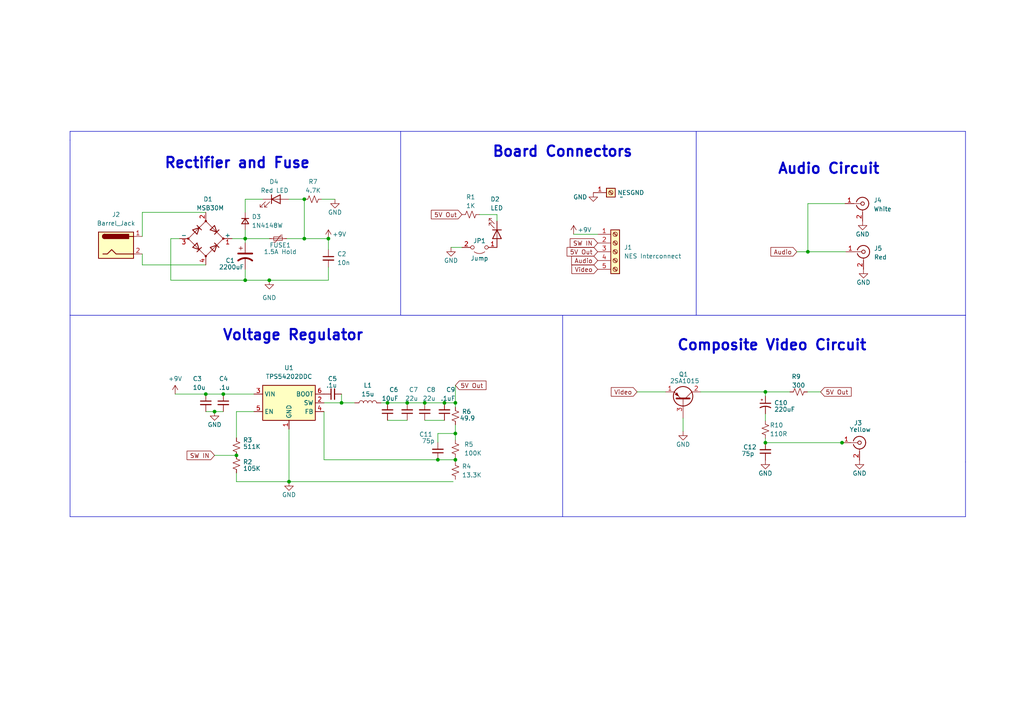
<source format=kicad_sch>
(kicad_sch
	(version 20231120)
	(generator "eeschema")
	(generator_version "8.0")
	(uuid "fc4a9531-4d24-4a51-9912-87dd609490ea")
	(paper "A4")
	(lib_symbols
		(symbol "Connector:Barrel_Jack"
			(pin_names
				(offset 1.016)
			)
			(exclude_from_sim no)
			(in_bom yes)
			(on_board yes)
			(property "Reference" "J"
				(at 0 5.334 0)
				(effects
					(font
						(size 1.27 1.27)
					)
				)
			)
			(property "Value" "Barrel_Jack"
				(at 0 -5.08 0)
				(effects
					(font
						(size 1.27 1.27)
					)
				)
			)
			(property "Footprint" ""
				(at 1.27 -1.016 0)
				(effects
					(font
						(size 1.27 1.27)
					)
					(hide yes)
				)
			)
			(property "Datasheet" "~"
				(at 1.27 -1.016 0)
				(effects
					(font
						(size 1.27 1.27)
					)
					(hide yes)
				)
			)
			(property "Description" "DC Barrel Jack"
				(at 0 0 0)
				(effects
					(font
						(size 1.27 1.27)
					)
					(hide yes)
				)
			)
			(property "ki_keywords" "DC power barrel jack connector"
				(at 0 0 0)
				(effects
					(font
						(size 1.27 1.27)
					)
					(hide yes)
				)
			)
			(property "ki_fp_filters" "BarrelJack*"
				(at 0 0 0)
				(effects
					(font
						(size 1.27 1.27)
					)
					(hide yes)
				)
			)
			(symbol "Barrel_Jack_0_1"
				(rectangle
					(start -5.08 3.81)
					(end 5.08 -3.81)
					(stroke
						(width 0.254)
						(type default)
					)
					(fill
						(type background)
					)
				)
				(arc
					(start -3.302 3.175)
					(mid -3.9343 2.54)
					(end -3.302 1.905)
					(stroke
						(width 0.254)
						(type default)
					)
					(fill
						(type none)
					)
				)
				(arc
					(start -3.302 3.175)
					(mid -3.9343 2.54)
					(end -3.302 1.905)
					(stroke
						(width 0.254)
						(type default)
					)
					(fill
						(type outline)
					)
				)
				(polyline
					(pts
						(xy 5.08 2.54) (xy 3.81 2.54)
					)
					(stroke
						(width 0.254)
						(type default)
					)
					(fill
						(type none)
					)
				)
				(polyline
					(pts
						(xy -3.81 -2.54) (xy -2.54 -2.54) (xy -1.27 -1.27) (xy 0 -2.54) (xy 2.54 -2.54) (xy 5.08 -2.54)
					)
					(stroke
						(width 0.254)
						(type default)
					)
					(fill
						(type none)
					)
				)
				(rectangle
					(start 3.683 3.175)
					(end -3.302 1.905)
					(stroke
						(width 0.254)
						(type default)
					)
					(fill
						(type outline)
					)
				)
			)
			(symbol "Barrel_Jack_1_1"
				(pin passive line
					(at 7.62 2.54 180)
					(length 2.54)
					(name "~"
						(effects
							(font
								(size 1.27 1.27)
							)
						)
					)
					(number "1"
						(effects
							(font
								(size 1.27 1.27)
							)
						)
					)
				)
				(pin passive line
					(at 7.62 -2.54 180)
					(length 2.54)
					(name "~"
						(effects
							(font
								(size 1.27 1.27)
							)
						)
					)
					(number "2"
						(effects
							(font
								(size 1.27 1.27)
							)
						)
					)
				)
			)
		)
		(symbol "Connector:Conn_Coaxial"
			(pin_names
				(offset 1.016) hide)
			(exclude_from_sim no)
			(in_bom yes)
			(on_board yes)
			(property "Reference" "J"
				(at 0.254 3.048 0)
				(effects
					(font
						(size 1.27 1.27)
					)
				)
			)
			(property "Value" "Conn_Coaxial"
				(at 2.921 0 90)
				(effects
					(font
						(size 1.27 1.27)
					)
				)
			)
			(property "Footprint" ""
				(at 0 0 0)
				(effects
					(font
						(size 1.27 1.27)
					)
					(hide yes)
				)
			)
			(property "Datasheet" " ~"
				(at 0 0 0)
				(effects
					(font
						(size 1.27 1.27)
					)
					(hide yes)
				)
			)
			(property "Description" "coaxial connector (BNC, SMA, SMB, SMC, Cinch/RCA, LEMO, ...)"
				(at 0 0 0)
				(effects
					(font
						(size 1.27 1.27)
					)
					(hide yes)
				)
			)
			(property "ki_keywords" "BNC SMA SMB SMC LEMO coaxial connector CINCH RCA MCX MMCX U.FL UMRF"
				(at 0 0 0)
				(effects
					(font
						(size 1.27 1.27)
					)
					(hide yes)
				)
			)
			(property "ki_fp_filters" "*BNC* *SMA* *SMB* *SMC* *Cinch* *LEMO* *UMRF* *MCX* *U.FL*"
				(at 0 0 0)
				(effects
					(font
						(size 1.27 1.27)
					)
					(hide yes)
				)
			)
			(symbol "Conn_Coaxial_0_1"
				(arc
					(start -1.778 -0.508)
					(mid 0.2311 -1.8066)
					(end 1.778 0)
					(stroke
						(width 0.254)
						(type default)
					)
					(fill
						(type none)
					)
				)
				(polyline
					(pts
						(xy -2.54 0) (xy -0.508 0)
					)
					(stroke
						(width 0)
						(type default)
					)
					(fill
						(type none)
					)
				)
				(polyline
					(pts
						(xy 0 -2.54) (xy 0 -1.778)
					)
					(stroke
						(width 0)
						(type default)
					)
					(fill
						(type none)
					)
				)
				(circle
					(center 0 0)
					(radius 0.508)
					(stroke
						(width 0.2032)
						(type default)
					)
					(fill
						(type none)
					)
				)
				(arc
					(start 1.778 0)
					(mid 0.2099 1.8101)
					(end -1.778 0.508)
					(stroke
						(width 0.254)
						(type default)
					)
					(fill
						(type none)
					)
				)
			)
			(symbol "Conn_Coaxial_1_1"
				(pin passive line
					(at -5.08 0 0)
					(length 2.54)
					(name "In"
						(effects
							(font
								(size 1.27 1.27)
							)
						)
					)
					(number "1"
						(effects
							(font
								(size 1.27 1.27)
							)
						)
					)
				)
				(pin passive line
					(at 0 -5.08 90)
					(length 2.54)
					(name "Ext"
						(effects
							(font
								(size 1.27 1.27)
							)
						)
					)
					(number "2"
						(effects
							(font
								(size 1.27 1.27)
							)
						)
					)
				)
			)
		)
		(symbol "Connector:Screw_Terminal_01x01"
			(pin_names
				(offset 1.016) hide)
			(exclude_from_sim no)
			(in_bom yes)
			(on_board yes)
			(property "Reference" "J"
				(at 0 2.54 0)
				(effects
					(font
						(size 1.27 1.27)
					)
				)
			)
			(property "Value" "Screw_Terminal_01x01"
				(at 0 -2.54 0)
				(effects
					(font
						(size 1.27 1.27)
					)
				)
			)
			(property "Footprint" ""
				(at 0 0 0)
				(effects
					(font
						(size 1.27 1.27)
					)
					(hide yes)
				)
			)
			(property "Datasheet" "~"
				(at 0 0 0)
				(effects
					(font
						(size 1.27 1.27)
					)
					(hide yes)
				)
			)
			(property "Description" "Generic screw terminal, single row, 01x01, script generated (kicad-library-utils/schlib/autogen/connector/)"
				(at 0 0 0)
				(effects
					(font
						(size 1.27 1.27)
					)
					(hide yes)
				)
			)
			(property "ki_keywords" "screw terminal"
				(at 0 0 0)
				(effects
					(font
						(size 1.27 1.27)
					)
					(hide yes)
				)
			)
			(property "ki_fp_filters" "TerminalBlock*:*"
				(at 0 0 0)
				(effects
					(font
						(size 1.27 1.27)
					)
					(hide yes)
				)
			)
			(symbol "Screw_Terminal_01x01_1_1"
				(rectangle
					(start -1.27 1.27)
					(end 1.27 -1.27)
					(stroke
						(width 0.254)
						(type default)
					)
					(fill
						(type background)
					)
				)
				(polyline
					(pts
						(xy -0.5334 0.3302) (xy 0.3302 -0.508)
					)
					(stroke
						(width 0.1524)
						(type default)
					)
					(fill
						(type none)
					)
				)
				(polyline
					(pts
						(xy -0.3556 0.508) (xy 0.508 -0.3302)
					)
					(stroke
						(width 0.1524)
						(type default)
					)
					(fill
						(type none)
					)
				)
				(circle
					(center 0 0)
					(radius 0.635)
					(stroke
						(width 0.1524)
						(type default)
					)
					(fill
						(type none)
					)
				)
				(pin passive line
					(at -5.08 0 0)
					(length 3.81)
					(name "Pin_1"
						(effects
							(font
								(size 1.27 1.27)
							)
						)
					)
					(number "1"
						(effects
							(font
								(size 1.27 1.27)
							)
						)
					)
				)
			)
		)
		(symbol "Connector:Screw_Terminal_01x05"
			(pin_names
				(offset 1.016) hide)
			(exclude_from_sim no)
			(in_bom yes)
			(on_board yes)
			(property "Reference" "J"
				(at 0 7.62 0)
				(effects
					(font
						(size 1.27 1.27)
					)
				)
			)
			(property "Value" "Screw_Terminal_01x05"
				(at 0 -7.62 0)
				(effects
					(font
						(size 1.27 1.27)
					)
				)
			)
			(property "Footprint" ""
				(at 0 0 0)
				(effects
					(font
						(size 1.27 1.27)
					)
					(hide yes)
				)
			)
			(property "Datasheet" "~"
				(at 0 0 0)
				(effects
					(font
						(size 1.27 1.27)
					)
					(hide yes)
				)
			)
			(property "Description" "Generic screw terminal, single row, 01x05, script generated (kicad-library-utils/schlib/autogen/connector/)"
				(at 0 0 0)
				(effects
					(font
						(size 1.27 1.27)
					)
					(hide yes)
				)
			)
			(property "ki_keywords" "screw terminal"
				(at 0 0 0)
				(effects
					(font
						(size 1.27 1.27)
					)
					(hide yes)
				)
			)
			(property "ki_fp_filters" "TerminalBlock*:*"
				(at 0 0 0)
				(effects
					(font
						(size 1.27 1.27)
					)
					(hide yes)
				)
			)
			(symbol "Screw_Terminal_01x05_1_1"
				(rectangle
					(start -1.27 6.35)
					(end 1.27 -6.35)
					(stroke
						(width 0.254)
						(type default)
					)
					(fill
						(type background)
					)
				)
				(circle
					(center 0 -5.08)
					(radius 0.635)
					(stroke
						(width 0.1524)
						(type default)
					)
					(fill
						(type none)
					)
				)
				(circle
					(center 0 -2.54)
					(radius 0.635)
					(stroke
						(width 0.1524)
						(type default)
					)
					(fill
						(type none)
					)
				)
				(polyline
					(pts
						(xy -0.5334 -4.7498) (xy 0.3302 -5.588)
					)
					(stroke
						(width 0.1524)
						(type default)
					)
					(fill
						(type none)
					)
				)
				(polyline
					(pts
						(xy -0.5334 -2.2098) (xy 0.3302 -3.048)
					)
					(stroke
						(width 0.1524)
						(type default)
					)
					(fill
						(type none)
					)
				)
				(polyline
					(pts
						(xy -0.5334 0.3302) (xy 0.3302 -0.508)
					)
					(stroke
						(width 0.1524)
						(type default)
					)
					(fill
						(type none)
					)
				)
				(polyline
					(pts
						(xy -0.5334 2.8702) (xy 0.3302 2.032)
					)
					(stroke
						(width 0.1524)
						(type default)
					)
					(fill
						(type none)
					)
				)
				(polyline
					(pts
						(xy -0.5334 5.4102) (xy 0.3302 4.572)
					)
					(stroke
						(width 0.1524)
						(type default)
					)
					(fill
						(type none)
					)
				)
				(polyline
					(pts
						(xy -0.3556 -4.572) (xy 0.508 -5.4102)
					)
					(stroke
						(width 0.1524)
						(type default)
					)
					(fill
						(type none)
					)
				)
				(polyline
					(pts
						(xy -0.3556 -2.032) (xy 0.508 -2.8702)
					)
					(stroke
						(width 0.1524)
						(type default)
					)
					(fill
						(type none)
					)
				)
				(polyline
					(pts
						(xy -0.3556 0.508) (xy 0.508 -0.3302)
					)
					(stroke
						(width 0.1524)
						(type default)
					)
					(fill
						(type none)
					)
				)
				(polyline
					(pts
						(xy -0.3556 3.048) (xy 0.508 2.2098)
					)
					(stroke
						(width 0.1524)
						(type default)
					)
					(fill
						(type none)
					)
				)
				(polyline
					(pts
						(xy -0.3556 5.588) (xy 0.508 4.7498)
					)
					(stroke
						(width 0.1524)
						(type default)
					)
					(fill
						(type none)
					)
				)
				(circle
					(center 0 0)
					(radius 0.635)
					(stroke
						(width 0.1524)
						(type default)
					)
					(fill
						(type none)
					)
				)
				(circle
					(center 0 2.54)
					(radius 0.635)
					(stroke
						(width 0.1524)
						(type default)
					)
					(fill
						(type none)
					)
				)
				(circle
					(center 0 5.08)
					(radius 0.635)
					(stroke
						(width 0.1524)
						(type default)
					)
					(fill
						(type none)
					)
				)
				(pin passive line
					(at -5.08 5.08 0)
					(length 3.81)
					(name "Pin_1"
						(effects
							(font
								(size 1.27 1.27)
							)
						)
					)
					(number "1"
						(effects
							(font
								(size 1.27 1.27)
							)
						)
					)
				)
				(pin passive line
					(at -5.08 2.54 0)
					(length 3.81)
					(name "Pin_2"
						(effects
							(font
								(size 1.27 1.27)
							)
						)
					)
					(number "2"
						(effects
							(font
								(size 1.27 1.27)
							)
						)
					)
				)
				(pin passive line
					(at -5.08 0 0)
					(length 3.81)
					(name "Pin_3"
						(effects
							(font
								(size 1.27 1.27)
							)
						)
					)
					(number "3"
						(effects
							(font
								(size 1.27 1.27)
							)
						)
					)
				)
				(pin passive line
					(at -5.08 -2.54 0)
					(length 3.81)
					(name "Pin_4"
						(effects
							(font
								(size 1.27 1.27)
							)
						)
					)
					(number "4"
						(effects
							(font
								(size 1.27 1.27)
							)
						)
					)
				)
				(pin passive line
					(at -5.08 -5.08 0)
					(length 3.81)
					(name "Pin_5"
						(effects
							(font
								(size 1.27 1.27)
							)
						)
					)
					(number "5"
						(effects
							(font
								(size 1.27 1.27)
							)
						)
					)
				)
			)
		)
		(symbol "Device:C_Polarized_Small_US"
			(pin_numbers hide)
			(pin_names
				(offset 0.254) hide)
			(exclude_from_sim no)
			(in_bom yes)
			(on_board yes)
			(property "Reference" "C"
				(at 0.254 1.778 0)
				(effects
					(font
						(size 1.27 1.27)
					)
					(justify left)
				)
			)
			(property "Value" "C_Polarized_Small_US"
				(at 0.254 -2.032 0)
				(effects
					(font
						(size 1.27 1.27)
					)
					(justify left)
				)
			)
			(property "Footprint" ""
				(at 0 0 0)
				(effects
					(font
						(size 1.27 1.27)
					)
					(hide yes)
				)
			)
			(property "Datasheet" "~"
				(at 0 0 0)
				(effects
					(font
						(size 1.27 1.27)
					)
					(hide yes)
				)
			)
			(property "Description" "Polarized capacitor, small US symbol"
				(at 0 0 0)
				(effects
					(font
						(size 1.27 1.27)
					)
					(hide yes)
				)
			)
			(property "ki_keywords" "cap capacitor"
				(at 0 0 0)
				(effects
					(font
						(size 1.27 1.27)
					)
					(hide yes)
				)
			)
			(property "ki_fp_filters" "CP_*"
				(at 0 0 0)
				(effects
					(font
						(size 1.27 1.27)
					)
					(hide yes)
				)
			)
			(symbol "C_Polarized_Small_US_0_1"
				(polyline
					(pts
						(xy -1.524 0.508) (xy 1.524 0.508)
					)
					(stroke
						(width 0.3048)
						(type default)
					)
					(fill
						(type none)
					)
				)
				(polyline
					(pts
						(xy -1.27 1.524) (xy -0.762 1.524)
					)
					(stroke
						(width 0)
						(type default)
					)
					(fill
						(type none)
					)
				)
				(polyline
					(pts
						(xy -1.016 1.27) (xy -1.016 1.778)
					)
					(stroke
						(width 0)
						(type default)
					)
					(fill
						(type none)
					)
				)
				(arc
					(start 1.524 -0.762)
					(mid 0 -0.3734)
					(end -1.524 -0.762)
					(stroke
						(width 0.3048)
						(type default)
					)
					(fill
						(type none)
					)
				)
			)
			(symbol "C_Polarized_Small_US_1_1"
				(pin passive line
					(at 0 2.54 270)
					(length 2.032)
					(name "~"
						(effects
							(font
								(size 1.27 1.27)
							)
						)
					)
					(number "1"
						(effects
							(font
								(size 1.27 1.27)
							)
						)
					)
				)
				(pin passive line
					(at 0 -2.54 90)
					(length 2.032)
					(name "~"
						(effects
							(font
								(size 1.27 1.27)
							)
						)
					)
					(number "2"
						(effects
							(font
								(size 1.27 1.27)
							)
						)
					)
				)
			)
		)
		(symbol "Device:C_Polarized_US"
			(pin_numbers hide)
			(pin_names
				(offset 0.254) hide)
			(exclude_from_sim no)
			(in_bom yes)
			(on_board yes)
			(property "Reference" "C"
				(at 0.635 2.54 0)
				(effects
					(font
						(size 1.27 1.27)
					)
					(justify left)
				)
			)
			(property "Value" "C_Polarized_US"
				(at 0.635 -2.54 0)
				(effects
					(font
						(size 1.27 1.27)
					)
					(justify left)
				)
			)
			(property "Footprint" ""
				(at 0 0 0)
				(effects
					(font
						(size 1.27 1.27)
					)
					(hide yes)
				)
			)
			(property "Datasheet" "~"
				(at 0 0 0)
				(effects
					(font
						(size 1.27 1.27)
					)
					(hide yes)
				)
			)
			(property "Description" "Polarized capacitor, US symbol"
				(at 0 0 0)
				(effects
					(font
						(size 1.27 1.27)
					)
					(hide yes)
				)
			)
			(property "ki_keywords" "cap capacitor"
				(at 0 0 0)
				(effects
					(font
						(size 1.27 1.27)
					)
					(hide yes)
				)
			)
			(property "ki_fp_filters" "CP_*"
				(at 0 0 0)
				(effects
					(font
						(size 1.27 1.27)
					)
					(hide yes)
				)
			)
			(symbol "C_Polarized_US_0_1"
				(polyline
					(pts
						(xy -2.032 0.762) (xy 2.032 0.762)
					)
					(stroke
						(width 0.508)
						(type default)
					)
					(fill
						(type none)
					)
				)
				(polyline
					(pts
						(xy -1.778 2.286) (xy -0.762 2.286)
					)
					(stroke
						(width 0)
						(type default)
					)
					(fill
						(type none)
					)
				)
				(polyline
					(pts
						(xy -1.27 1.778) (xy -1.27 2.794)
					)
					(stroke
						(width 0)
						(type default)
					)
					(fill
						(type none)
					)
				)
				(arc
					(start 2.032 -1.27)
					(mid 0 -0.5572)
					(end -2.032 -1.27)
					(stroke
						(width 0.508)
						(type default)
					)
					(fill
						(type none)
					)
				)
			)
			(symbol "C_Polarized_US_1_1"
				(pin passive line
					(at 0 3.81 270)
					(length 2.794)
					(name "~"
						(effects
							(font
								(size 1.27 1.27)
							)
						)
					)
					(number "1"
						(effects
							(font
								(size 1.27 1.27)
							)
						)
					)
				)
				(pin passive line
					(at 0 -3.81 90)
					(length 3.302)
					(name "~"
						(effects
							(font
								(size 1.27 1.27)
							)
						)
					)
					(number "2"
						(effects
							(font
								(size 1.27 1.27)
							)
						)
					)
				)
			)
		)
		(symbol "Device:C_Small"
			(pin_numbers hide)
			(pin_names
				(offset 0.254) hide)
			(exclude_from_sim no)
			(in_bom yes)
			(on_board yes)
			(property "Reference" "C"
				(at 0.254 1.778 0)
				(effects
					(font
						(size 1.27 1.27)
					)
					(justify left)
				)
			)
			(property "Value" "C_Small"
				(at 0.254 -2.032 0)
				(effects
					(font
						(size 1.27 1.27)
					)
					(justify left)
				)
			)
			(property "Footprint" ""
				(at 0 0 0)
				(effects
					(font
						(size 1.27 1.27)
					)
					(hide yes)
				)
			)
			(property "Datasheet" "~"
				(at 0 0 0)
				(effects
					(font
						(size 1.27 1.27)
					)
					(hide yes)
				)
			)
			(property "Description" "Unpolarized capacitor, small symbol"
				(at 0 0 0)
				(effects
					(font
						(size 1.27 1.27)
					)
					(hide yes)
				)
			)
			(property "ki_keywords" "capacitor cap"
				(at 0 0 0)
				(effects
					(font
						(size 1.27 1.27)
					)
					(hide yes)
				)
			)
			(property "ki_fp_filters" "C_*"
				(at 0 0 0)
				(effects
					(font
						(size 1.27 1.27)
					)
					(hide yes)
				)
			)
			(symbol "C_Small_0_1"
				(polyline
					(pts
						(xy -1.524 -0.508) (xy 1.524 -0.508)
					)
					(stroke
						(width 0.3302)
						(type default)
					)
					(fill
						(type none)
					)
				)
				(polyline
					(pts
						(xy -1.524 0.508) (xy 1.524 0.508)
					)
					(stroke
						(width 0.3048)
						(type default)
					)
					(fill
						(type none)
					)
				)
			)
			(symbol "C_Small_1_1"
				(pin passive line
					(at 0 2.54 270)
					(length 2.032)
					(name "~"
						(effects
							(font
								(size 1.27 1.27)
							)
						)
					)
					(number "1"
						(effects
							(font
								(size 1.27 1.27)
							)
						)
					)
				)
				(pin passive line
					(at 0 -2.54 90)
					(length 2.032)
					(name "~"
						(effects
							(font
								(size 1.27 1.27)
							)
						)
					)
					(number "2"
						(effects
							(font
								(size 1.27 1.27)
							)
						)
					)
				)
			)
		)
		(symbol "Device:D_Bridge_+-AA"
			(pin_names
				(offset 0)
			)
			(exclude_from_sim no)
			(in_bom yes)
			(on_board yes)
			(property "Reference" "D1"
				(at 0.635 11.43 0)
				(effects
					(font
						(size 1.27 1.27)
					)
				)
			)
			(property "Value" "MSB30M"
				(at 1.27 8.89 0)
				(effects
					(font
						(size 1.27 1.27)
					)
				)
			)
			(property "Footprint" ""
				(at 0 0 0)
				(effects
					(font
						(size 1.27 1.27)
					)
					(hide yes)
				)
			)
			(property "Datasheet" "~"
				(at 0 0 0)
				(effects
					(font
						(size 1.27 1.27)
					)
					(hide yes)
				)
			)
			(property "Description" "Diode bridge, +ve/-ve/AC/AC"
				(at 0 0 0)
				(effects
					(font
						(size 1.27 1.27)
					)
					(hide yes)
				)
			)
			(property "ki_keywords" "rectifier ACDC"
				(at 0 0 0)
				(effects
					(font
						(size 1.27 1.27)
					)
					(hide yes)
				)
			)
			(property "ki_fp_filters" "D*Bridge* D*Rectifier*"
				(at 0 0 0)
				(effects
					(font
						(size 1.27 1.27)
					)
					(hide yes)
				)
			)
			(symbol "D_Bridge_+-AA_0_1"
				(circle
					(center -5.08 0)
					(radius 0.254)
					(stroke
						(width 0)
						(type default)
					)
					(fill
						(type outline)
					)
				)
				(circle
					(center 0 -5.08)
					(radius 0.254)
					(stroke
						(width 0)
						(type default)
					)
					(fill
						(type outline)
					)
				)
				(polyline
					(pts
						(xy -2.54 3.81) (xy -1.27 2.54)
					)
					(stroke
						(width 0.254)
						(type default)
					)
					(fill
						(type none)
					)
				)
				(polyline
					(pts
						(xy -1.27 -2.54) (xy -2.54 -3.81)
					)
					(stroke
						(width 0.254)
						(type default)
					)
					(fill
						(type none)
					)
				)
				(polyline
					(pts
						(xy 2.54 -1.27) (xy 3.81 -2.54)
					)
					(stroke
						(width 0.254)
						(type default)
					)
					(fill
						(type none)
					)
				)
				(polyline
					(pts
						(xy 2.54 1.27) (xy 3.81 2.54)
					)
					(stroke
						(width 0.254)
						(type default)
					)
					(fill
						(type none)
					)
				)
				(polyline
					(pts
						(xy -3.81 2.54) (xy -2.54 1.27) (xy -1.905 3.175) (xy -3.81 2.54)
					)
					(stroke
						(width 0.254)
						(type default)
					)
					(fill
						(type none)
					)
				)
				(polyline
					(pts
						(xy -2.54 -1.27) (xy -3.81 -2.54) (xy -1.905 -3.175) (xy -2.54 -1.27)
					)
					(stroke
						(width 0.254)
						(type default)
					)
					(fill
						(type none)
					)
				)
				(polyline
					(pts
						(xy 1.27 2.54) (xy 2.54 3.81) (xy 3.175 1.905) (xy 1.27 2.54)
					)
					(stroke
						(width 0.254)
						(type default)
					)
					(fill
						(type none)
					)
				)
				(polyline
					(pts
						(xy 3.175 -1.905) (xy 1.27 -2.54) (xy 2.54 -3.81) (xy 3.175 -1.905)
					)
					(stroke
						(width 0.254)
						(type default)
					)
					(fill
						(type none)
					)
				)
				(polyline
					(pts
						(xy -5.08 0) (xy 0 -5.08) (xy 5.08 0) (xy 0 5.08) (xy -5.08 0)
					)
					(stroke
						(width 0)
						(type default)
					)
					(fill
						(type none)
					)
				)
				(circle
					(center 0 5.08)
					(radius 0.254)
					(stroke
						(width 0)
						(type default)
					)
					(fill
						(type outline)
					)
				)
				(circle
					(center 5.08 0)
					(radius 0.254)
					(stroke
						(width 0)
						(type default)
					)
					(fill
						(type outline)
					)
				)
			)
			(symbol "D_Bridge_+-AA_1_1"
				(pin passive line
					(at 7.62 0 180)
					(length 2.54)
					(name "+"
						(effects
							(font
								(size 1.27 1.27)
							)
						)
					)
					(number "1"
						(effects
							(font
								(size 1.27 1.27)
							)
						)
					)
				)
				(pin passive line
					(at 0 7.62 270)
					(length 2.54)
					(name ""
						(effects
							(font
								(size 1.27 1.27)
							)
						)
					)
					(number "2"
						(effects
							(font
								(size 1.27 1.27)
							)
						)
					)
				)
				(pin passive line
					(at -7.62 0 0)
					(length 2.54)
					(name "-"
						(effects
							(font
								(size 1.27 1.27)
							)
						)
					)
					(number "3"
						(effects
							(font
								(size 1.27 1.27)
							)
						)
					)
				)
				(pin passive line
					(at 0 -7.62 90)
					(length 2.54)
					(name "~"
						(effects
							(font
								(size 1.27 1.27)
							)
						)
					)
					(number "4"
						(effects
							(font
								(size 1.27 1.27)
							)
						)
					)
				)
			)
		)
		(symbol "Device:D_Small"
			(pin_numbers hide)
			(pin_names
				(offset 0.254) hide)
			(exclude_from_sim no)
			(in_bom yes)
			(on_board yes)
			(property "Reference" "D"
				(at -1.27 2.032 0)
				(effects
					(font
						(size 1.27 1.27)
					)
					(justify left)
				)
			)
			(property "Value" "D_Small"
				(at -3.81 -2.032 0)
				(effects
					(font
						(size 1.27 1.27)
					)
					(justify left)
				)
			)
			(property "Footprint" ""
				(at 0 0 90)
				(effects
					(font
						(size 1.27 1.27)
					)
					(hide yes)
				)
			)
			(property "Datasheet" "~"
				(at 0 0 90)
				(effects
					(font
						(size 1.27 1.27)
					)
					(hide yes)
				)
			)
			(property "Description" "Diode, small symbol"
				(at 0 0 0)
				(effects
					(font
						(size 1.27 1.27)
					)
					(hide yes)
				)
			)
			(property "Sim.Device" "D"
				(at 0 0 0)
				(effects
					(font
						(size 1.27 1.27)
					)
					(hide yes)
				)
			)
			(property "Sim.Pins" "1=K 2=A"
				(at 0 0 0)
				(effects
					(font
						(size 1.27 1.27)
					)
					(hide yes)
				)
			)
			(property "ki_keywords" "diode"
				(at 0 0 0)
				(effects
					(font
						(size 1.27 1.27)
					)
					(hide yes)
				)
			)
			(property "ki_fp_filters" "TO-???* *_Diode_* *SingleDiode* D_*"
				(at 0 0 0)
				(effects
					(font
						(size 1.27 1.27)
					)
					(hide yes)
				)
			)
			(symbol "D_Small_0_1"
				(polyline
					(pts
						(xy -0.762 -1.016) (xy -0.762 1.016)
					)
					(stroke
						(width 0.254)
						(type default)
					)
					(fill
						(type none)
					)
				)
				(polyline
					(pts
						(xy -0.762 0) (xy 0.762 0)
					)
					(stroke
						(width 0)
						(type default)
					)
					(fill
						(type none)
					)
				)
				(polyline
					(pts
						(xy 0.762 -1.016) (xy -0.762 0) (xy 0.762 1.016) (xy 0.762 -1.016)
					)
					(stroke
						(width 0.254)
						(type default)
					)
					(fill
						(type none)
					)
				)
			)
			(symbol "D_Small_1_1"
				(pin passive line
					(at -2.54 0 0)
					(length 1.778)
					(name "K"
						(effects
							(font
								(size 1.27 1.27)
							)
						)
					)
					(number "1"
						(effects
							(font
								(size 1.27 1.27)
							)
						)
					)
				)
				(pin passive line
					(at 2.54 0 180)
					(length 1.778)
					(name "A"
						(effects
							(font
								(size 1.27 1.27)
							)
						)
					)
					(number "2"
						(effects
							(font
								(size 1.27 1.27)
							)
						)
					)
				)
			)
		)
		(symbol "Device:L"
			(pin_numbers hide)
			(pin_names
				(offset 1.016) hide)
			(exclude_from_sim no)
			(in_bom yes)
			(on_board yes)
			(property "Reference" "L"
				(at -1.27 0 90)
				(effects
					(font
						(size 1.27 1.27)
					)
				)
			)
			(property "Value" "L"
				(at 1.905 0 90)
				(effects
					(font
						(size 1.27 1.27)
					)
				)
			)
			(property "Footprint" ""
				(at 0 0 0)
				(effects
					(font
						(size 1.27 1.27)
					)
					(hide yes)
				)
			)
			(property "Datasheet" "~"
				(at 0 0 0)
				(effects
					(font
						(size 1.27 1.27)
					)
					(hide yes)
				)
			)
			(property "Description" "Inductor"
				(at 0 0 0)
				(effects
					(font
						(size 1.27 1.27)
					)
					(hide yes)
				)
			)
			(property "ki_keywords" "inductor choke coil reactor magnetic"
				(at 0 0 0)
				(effects
					(font
						(size 1.27 1.27)
					)
					(hide yes)
				)
			)
			(property "ki_fp_filters" "Choke_* *Coil* Inductor_* L_*"
				(at 0 0 0)
				(effects
					(font
						(size 1.27 1.27)
					)
					(hide yes)
				)
			)
			(symbol "L_0_1"
				(arc
					(start 0 -2.54)
					(mid 0.6323 -1.905)
					(end 0 -1.27)
					(stroke
						(width 0)
						(type default)
					)
					(fill
						(type none)
					)
				)
				(arc
					(start 0 -1.27)
					(mid 0.6323 -0.635)
					(end 0 0)
					(stroke
						(width 0)
						(type default)
					)
					(fill
						(type none)
					)
				)
				(arc
					(start 0 0)
					(mid 0.6323 0.635)
					(end 0 1.27)
					(stroke
						(width 0)
						(type default)
					)
					(fill
						(type none)
					)
				)
				(arc
					(start 0 1.27)
					(mid 0.6323 1.905)
					(end 0 2.54)
					(stroke
						(width 0)
						(type default)
					)
					(fill
						(type none)
					)
				)
			)
			(symbol "L_1_1"
				(pin passive line
					(at 0 3.81 270)
					(length 1.27)
					(name "1"
						(effects
							(font
								(size 1.27 1.27)
							)
						)
					)
					(number "1"
						(effects
							(font
								(size 1.27 1.27)
							)
						)
					)
				)
				(pin passive line
					(at 0 -3.81 90)
					(length 1.27)
					(name "2"
						(effects
							(font
								(size 1.27 1.27)
							)
						)
					)
					(number "2"
						(effects
							(font
								(size 1.27 1.27)
							)
						)
					)
				)
			)
		)
		(symbol "Device:LED"
			(pin_numbers hide)
			(pin_names
				(offset 1.016) hide)
			(exclude_from_sim no)
			(in_bom yes)
			(on_board yes)
			(property "Reference" "D"
				(at 0 2.54 0)
				(effects
					(font
						(size 1.27 1.27)
					)
				)
			)
			(property "Value" "LED"
				(at 0 -2.54 0)
				(effects
					(font
						(size 1.27 1.27)
					)
				)
			)
			(property "Footprint" ""
				(at 0 0 0)
				(effects
					(font
						(size 1.27 1.27)
					)
					(hide yes)
				)
			)
			(property "Datasheet" "~"
				(at 0 0 0)
				(effects
					(font
						(size 1.27 1.27)
					)
					(hide yes)
				)
			)
			(property "Description" "Light emitting diode"
				(at 0 0 0)
				(effects
					(font
						(size 1.27 1.27)
					)
					(hide yes)
				)
			)
			(property "ki_keywords" "LED diode"
				(at 0 0 0)
				(effects
					(font
						(size 1.27 1.27)
					)
					(hide yes)
				)
			)
			(property "ki_fp_filters" "LED* LED_SMD:* LED_THT:*"
				(at 0 0 0)
				(effects
					(font
						(size 1.27 1.27)
					)
					(hide yes)
				)
			)
			(symbol "LED_0_1"
				(polyline
					(pts
						(xy -1.27 -1.27) (xy -1.27 1.27)
					)
					(stroke
						(width 0.254)
						(type default)
					)
					(fill
						(type none)
					)
				)
				(polyline
					(pts
						(xy -1.27 0) (xy 1.27 0)
					)
					(stroke
						(width 0)
						(type default)
					)
					(fill
						(type none)
					)
				)
				(polyline
					(pts
						(xy 1.27 -1.27) (xy 1.27 1.27) (xy -1.27 0) (xy 1.27 -1.27)
					)
					(stroke
						(width 0.254)
						(type default)
					)
					(fill
						(type none)
					)
				)
				(polyline
					(pts
						(xy -3.048 -0.762) (xy -4.572 -2.286) (xy -3.81 -2.286) (xy -4.572 -2.286) (xy -4.572 -1.524)
					)
					(stroke
						(width 0)
						(type default)
					)
					(fill
						(type none)
					)
				)
				(polyline
					(pts
						(xy -1.778 -0.762) (xy -3.302 -2.286) (xy -2.54 -2.286) (xy -3.302 -2.286) (xy -3.302 -1.524)
					)
					(stroke
						(width 0)
						(type default)
					)
					(fill
						(type none)
					)
				)
			)
			(symbol "LED_1_1"
				(pin passive line
					(at -3.81 0 0)
					(length 2.54)
					(name "K"
						(effects
							(font
								(size 1.27 1.27)
							)
						)
					)
					(number "1"
						(effects
							(font
								(size 1.27 1.27)
							)
						)
					)
				)
				(pin passive line
					(at 3.81 0 180)
					(length 2.54)
					(name "A"
						(effects
							(font
								(size 1.27 1.27)
							)
						)
					)
					(number "2"
						(effects
							(font
								(size 1.27 1.27)
							)
						)
					)
				)
			)
		)
		(symbol "Device:Polyfuse_Small"
			(pin_numbers hide)
			(pin_names
				(offset 0)
			)
			(exclude_from_sim no)
			(in_bom yes)
			(on_board yes)
			(property "Reference" "F"
				(at -1.905 0 90)
				(effects
					(font
						(size 1.27 1.27)
					)
				)
			)
			(property "Value" "Polyfuse_Small"
				(at 1.905 0 90)
				(effects
					(font
						(size 1.27 1.27)
					)
				)
			)
			(property "Footprint" ""
				(at 1.27 -5.08 0)
				(effects
					(font
						(size 1.27 1.27)
					)
					(justify left)
					(hide yes)
				)
			)
			(property "Datasheet" "~"
				(at 0 0 0)
				(effects
					(font
						(size 1.27 1.27)
					)
					(hide yes)
				)
			)
			(property "Description" "Resettable fuse, polymeric positive temperature coefficient, small symbol"
				(at 0 0 0)
				(effects
					(font
						(size 1.27 1.27)
					)
					(hide yes)
				)
			)
			(property "ki_keywords" "resettable fuse PTC PPTC polyfuse polyswitch"
				(at 0 0 0)
				(effects
					(font
						(size 1.27 1.27)
					)
					(hide yes)
				)
			)
			(property "ki_fp_filters" "*polyfuse* *PTC*"
				(at 0 0 0)
				(effects
					(font
						(size 1.27 1.27)
					)
					(hide yes)
				)
			)
			(symbol "Polyfuse_Small_0_1"
				(rectangle
					(start -0.508 1.27)
					(end 0.508 -1.27)
					(stroke
						(width 0)
						(type default)
					)
					(fill
						(type none)
					)
				)
				(polyline
					(pts
						(xy 0 2.54) (xy 0 -2.54)
					)
					(stroke
						(width 0)
						(type default)
					)
					(fill
						(type none)
					)
				)
				(polyline
					(pts
						(xy -1.016 1.27) (xy -1.016 0.762) (xy 1.016 -0.762) (xy 1.016 -1.27)
					)
					(stroke
						(width 0)
						(type default)
					)
					(fill
						(type none)
					)
				)
			)
			(symbol "Polyfuse_Small_1_1"
				(pin passive line
					(at 0 2.54 270)
					(length 0.635)
					(name "~"
						(effects
							(font
								(size 1.27 1.27)
							)
						)
					)
					(number "1"
						(effects
							(font
								(size 1.27 1.27)
							)
						)
					)
				)
				(pin passive line
					(at 0 -2.54 90)
					(length 0.635)
					(name "~"
						(effects
							(font
								(size 1.27 1.27)
							)
						)
					)
					(number "2"
						(effects
							(font
								(size 1.27 1.27)
							)
						)
					)
				)
			)
		)
		(symbol "Device:R_Small_US"
			(pin_numbers hide)
			(pin_names
				(offset 0.254) hide)
			(exclude_from_sim no)
			(in_bom yes)
			(on_board yes)
			(property "Reference" "R"
				(at 0.762 0.508 0)
				(effects
					(font
						(size 1.27 1.27)
					)
					(justify left)
				)
			)
			(property "Value" "R_Small_US"
				(at 0.762 -1.016 0)
				(effects
					(font
						(size 1.27 1.27)
					)
					(justify left)
				)
			)
			(property "Footprint" ""
				(at 0 0 0)
				(effects
					(font
						(size 1.27 1.27)
					)
					(hide yes)
				)
			)
			(property "Datasheet" "~"
				(at 0 0 0)
				(effects
					(font
						(size 1.27 1.27)
					)
					(hide yes)
				)
			)
			(property "Description" "Resistor, small US symbol"
				(at 0 0 0)
				(effects
					(font
						(size 1.27 1.27)
					)
					(hide yes)
				)
			)
			(property "ki_keywords" "r resistor"
				(at 0 0 0)
				(effects
					(font
						(size 1.27 1.27)
					)
					(hide yes)
				)
			)
			(property "ki_fp_filters" "R_*"
				(at 0 0 0)
				(effects
					(font
						(size 1.27 1.27)
					)
					(hide yes)
				)
			)
			(symbol "R_Small_US_1_1"
				(polyline
					(pts
						(xy 0 0) (xy 1.016 -0.381) (xy 0 -0.762) (xy -1.016 -1.143) (xy 0 -1.524)
					)
					(stroke
						(width 0)
						(type default)
					)
					(fill
						(type none)
					)
				)
				(polyline
					(pts
						(xy 0 1.524) (xy 1.016 1.143) (xy 0 0.762) (xy -1.016 0.381) (xy 0 0)
					)
					(stroke
						(width 0)
						(type default)
					)
					(fill
						(type none)
					)
				)
				(pin passive line
					(at 0 2.54 270)
					(length 1.016)
					(name "~"
						(effects
							(font
								(size 1.27 1.27)
							)
						)
					)
					(number "1"
						(effects
							(font
								(size 1.27 1.27)
							)
						)
					)
				)
				(pin passive line
					(at 0 -2.54 90)
					(length 1.016)
					(name "~"
						(effects
							(font
								(size 1.27 1.27)
							)
						)
					)
					(number "2"
						(effects
							(font
								(size 1.27 1.27)
							)
						)
					)
				)
			)
		)
		(symbol "Jumper:Jumper_2_Open"
			(pin_names
				(offset 0) hide)
			(exclude_from_sim no)
			(in_bom yes)
			(on_board yes)
			(property "Reference" "JP"
				(at 0 2.794 0)
				(effects
					(font
						(size 1.27 1.27)
					)
				)
			)
			(property "Value" "Jumper_2_Open"
				(at 0 -2.286 0)
				(effects
					(font
						(size 1.27 1.27)
					)
				)
			)
			(property "Footprint" ""
				(at 0 0 0)
				(effects
					(font
						(size 1.27 1.27)
					)
					(hide yes)
				)
			)
			(property "Datasheet" "~"
				(at 0 0 0)
				(effects
					(font
						(size 1.27 1.27)
					)
					(hide yes)
				)
			)
			(property "Description" "Jumper, 2-pole, open"
				(at 0 0 0)
				(effects
					(font
						(size 1.27 1.27)
					)
					(hide yes)
				)
			)
			(property "ki_keywords" "Jumper SPST"
				(at 0 0 0)
				(effects
					(font
						(size 1.27 1.27)
					)
					(hide yes)
				)
			)
			(property "ki_fp_filters" "Jumper* TestPoint*2Pads* TestPoint*Bridge*"
				(at 0 0 0)
				(effects
					(font
						(size 1.27 1.27)
					)
					(hide yes)
				)
			)
			(symbol "Jumper_2_Open_0_0"
				(circle
					(center -2.032 0)
					(radius 0.508)
					(stroke
						(width 0)
						(type default)
					)
					(fill
						(type none)
					)
				)
				(circle
					(center 2.032 0)
					(radius 0.508)
					(stroke
						(width 0)
						(type default)
					)
					(fill
						(type none)
					)
				)
			)
			(symbol "Jumper_2_Open_0_1"
				(arc
					(start 1.524 1.27)
					(mid 0 1.778)
					(end -1.524 1.27)
					(stroke
						(width 0)
						(type default)
					)
					(fill
						(type none)
					)
				)
			)
			(symbol "Jumper_2_Open_1_1"
				(pin passive line
					(at -5.08 0 0)
					(length 2.54)
					(name "A"
						(effects
							(font
								(size 1.27 1.27)
							)
						)
					)
					(number "1"
						(effects
							(font
								(size 1.27 1.27)
							)
						)
					)
				)
				(pin passive line
					(at 5.08 0 180)
					(length 2.54)
					(name "B"
						(effects
							(font
								(size 1.27 1.27)
							)
						)
					)
					(number "2"
						(effects
							(font
								(size 1.27 1.27)
							)
						)
					)
				)
			)
		)
		(symbol "Regulator_Switching:TPS54202DDC"
			(exclude_from_sim no)
			(in_bom yes)
			(on_board yes)
			(property "Reference" "U"
				(at -7.62 6.35 0)
				(effects
					(font
						(size 1.27 1.27)
					)
					(justify left)
				)
			)
			(property "Value" "TPS54202DDC"
				(at 0 6.35 0)
				(effects
					(font
						(size 1.27 1.27)
					)
					(justify left)
				)
			)
			(property "Footprint" "Package_TO_SOT_SMD:SOT-23-6"
				(at 1.27 -8.89 0)
				(effects
					(font
						(size 1.27 1.27)
					)
					(justify left)
					(hide yes)
				)
			)
			(property "Datasheet" "http://www.ti.com/lit/ds/symlink/tps54202.pdf"
				(at -7.62 8.89 0)
				(effects
					(font
						(size 1.27 1.27)
					)
					(hide yes)
				)
			)
			(property "Description" "2A, 4.5 to 28V Input, EMI Friendly integrated switch synchronous step-down regulator, pulse-skipping, SOT-23-6"
				(at 0 0 0)
				(effects
					(font
						(size 1.27 1.27)
					)
					(hide yes)
				)
			)
			(property "ki_keywords" "switching buck converter power-supply voltage regulator emi spread spectrum"
				(at 0 0 0)
				(effects
					(font
						(size 1.27 1.27)
					)
					(hide yes)
				)
			)
			(property "ki_fp_filters" "SOT?23*"
				(at 0 0 0)
				(effects
					(font
						(size 1.27 1.27)
					)
					(hide yes)
				)
			)
			(symbol "TPS54202DDC_0_1"
				(rectangle
					(start -7.62 5.08)
					(end 7.62 -5.08)
					(stroke
						(width 0.254)
						(type default)
					)
					(fill
						(type background)
					)
				)
			)
			(symbol "TPS54202DDC_1_1"
				(pin power_in line
					(at 0 -7.62 90)
					(length 2.54)
					(name "GND"
						(effects
							(font
								(size 1.27 1.27)
							)
						)
					)
					(number "1"
						(effects
							(font
								(size 1.27 1.27)
							)
						)
					)
				)
				(pin power_out line
					(at 10.16 0 180)
					(length 2.54)
					(name "SW"
						(effects
							(font
								(size 1.27 1.27)
							)
						)
					)
					(number "2"
						(effects
							(font
								(size 1.27 1.27)
							)
						)
					)
				)
				(pin power_in line
					(at -10.16 2.54 0)
					(length 2.54)
					(name "VIN"
						(effects
							(font
								(size 1.27 1.27)
							)
						)
					)
					(number "3"
						(effects
							(font
								(size 1.27 1.27)
							)
						)
					)
				)
				(pin input line
					(at 10.16 -2.54 180)
					(length 2.54)
					(name "FB"
						(effects
							(font
								(size 1.27 1.27)
							)
						)
					)
					(number "4"
						(effects
							(font
								(size 1.27 1.27)
							)
						)
					)
				)
				(pin input line
					(at -10.16 -2.54 0)
					(length 2.54)
					(name "EN"
						(effects
							(font
								(size 1.27 1.27)
							)
						)
					)
					(number "5"
						(effects
							(font
								(size 1.27 1.27)
							)
						)
					)
				)
				(pin passive line
					(at 10.16 2.54 180)
					(length 2.54)
					(name "BOOT"
						(effects
							(font
								(size 1.27 1.27)
							)
						)
					)
					(number "6"
						(effects
							(font
								(size 1.27 1.27)
							)
						)
					)
				)
			)
		)
		(symbol "Transistor_BJT:2SA1015"
			(pin_names
				(offset 0) hide)
			(exclude_from_sim no)
			(in_bom yes)
			(on_board yes)
			(property "Reference" "Q"
				(at 5.08 1.905 0)
				(effects
					(font
						(size 1.27 1.27)
					)
					(justify left)
				)
			)
			(property "Value" "2SA1015"
				(at 5.08 0 0)
				(effects
					(font
						(size 1.27 1.27)
					)
					(justify left)
				)
			)
			(property "Footprint" "Package_TO_SOT_THT:TO-92_Inline"
				(at 5.08 -1.905 0)
				(effects
					(font
						(size 1.27 1.27)
						(italic yes)
					)
					(justify left)
					(hide yes)
				)
			)
			(property "Datasheet" "http://www.datasheetcatalog.org/datasheet/toshiba/905.pdf"
				(at 0 0 0)
				(effects
					(font
						(size 1.27 1.27)
					)
					(justify left)
					(hide yes)
				)
			)
			(property "Description" "-0.15A Ic, -50V Vce, Low Noise Audio PNP Transistor, TO-92"
				(at 0 0 0)
				(effects
					(font
						(size 1.27 1.27)
					)
					(hide yes)
				)
			)
			(property "ki_keywords" "Low Noise Audio PNP Transistor"
				(at 0 0 0)
				(effects
					(font
						(size 1.27 1.27)
					)
					(hide yes)
				)
			)
			(property "ki_fp_filters" "TO?92*"
				(at 0 0 0)
				(effects
					(font
						(size 1.27 1.27)
					)
					(hide yes)
				)
			)
			(symbol "2SA1015_0_1"
				(polyline
					(pts
						(xy 0 0) (xy 0.635 0)
					)
					(stroke
						(width 0)
						(type default)
					)
					(fill
						(type none)
					)
				)
				(polyline
					(pts
						(xy 2.54 -2.54) (xy 0.635 -0.635)
					)
					(stroke
						(width 0)
						(type default)
					)
					(fill
						(type none)
					)
				)
				(polyline
					(pts
						(xy 2.54 2.54) (xy 0.635 0.635)
					)
					(stroke
						(width 0)
						(type default)
					)
					(fill
						(type none)
					)
				)
				(polyline
					(pts
						(xy 0.635 1.905) (xy 0.635 -1.905) (xy 0.635 -1.905)
					)
					(stroke
						(width 0.508)
						(type default)
					)
					(fill
						(type outline)
					)
				)
				(polyline
					(pts
						(xy 1.778 -2.286) (xy 2.286 -1.778) (xy 1.27 -1.27) (xy 1.778 -2.286) (xy 1.778 -2.286)
					)
					(stroke
						(width 0)
						(type default)
					)
					(fill
						(type outline)
					)
				)
				(circle
					(center 1.27 0)
					(radius 2.8194)
					(stroke
						(width 0.254)
						(type default)
					)
					(fill
						(type none)
					)
				)
			)
			(symbol "2SA1015_1_1"
				(pin passive line
					(at 2.54 -5.08 90)
					(length 2.54)
					(name "E"
						(effects
							(font
								(size 1.27 1.27)
							)
						)
					)
					(number "1"
						(effects
							(font
								(size 1.27 1.27)
							)
						)
					)
				)
				(pin passive line
					(at 2.54 5.08 270)
					(length 2.54)
					(name "C"
						(effects
							(font
								(size 1.27 1.27)
							)
						)
					)
					(number "2"
						(effects
							(font
								(size 1.27 1.27)
							)
						)
					)
				)
				(pin input line
					(at -5.08 0 0)
					(length 5.08)
					(name "B"
						(effects
							(font
								(size 1.27 1.27)
							)
						)
					)
					(number "3"
						(effects
							(font
								(size 1.27 1.27)
							)
						)
					)
				)
			)
		)
		(symbol "power:+9V"
			(power)
			(pin_names
				(offset 0)
			)
			(exclude_from_sim no)
			(in_bom yes)
			(on_board yes)
			(property "Reference" "#PWR"
				(at 0 -3.81 0)
				(effects
					(font
						(size 1.27 1.27)
					)
					(hide yes)
				)
			)
			(property "Value" "+9V"
				(at 0 3.556 0)
				(effects
					(font
						(size 1.27 1.27)
					)
				)
			)
			(property "Footprint" ""
				(at 0 0 0)
				(effects
					(font
						(size 1.27 1.27)
					)
					(hide yes)
				)
			)
			(property "Datasheet" ""
				(at 0 0 0)
				(effects
					(font
						(size 1.27 1.27)
					)
					(hide yes)
				)
			)
			(property "Description" "Power symbol creates a global label with name \"+9V\""
				(at 0 0 0)
				(effects
					(font
						(size 1.27 1.27)
					)
					(hide yes)
				)
			)
			(property "ki_keywords" "global power"
				(at 0 0 0)
				(effects
					(font
						(size 1.27 1.27)
					)
					(hide yes)
				)
			)
			(symbol "+9V_0_1"
				(polyline
					(pts
						(xy -0.762 1.27) (xy 0 2.54)
					)
					(stroke
						(width 0)
						(type default)
					)
					(fill
						(type none)
					)
				)
				(polyline
					(pts
						(xy 0 0) (xy 0 2.54)
					)
					(stroke
						(width 0)
						(type default)
					)
					(fill
						(type none)
					)
				)
				(polyline
					(pts
						(xy 0 2.54) (xy 0.762 1.27)
					)
					(stroke
						(width 0)
						(type default)
					)
					(fill
						(type none)
					)
				)
			)
			(symbol "+9V_1_1"
				(pin power_in line
					(at 0 0 90)
					(length 0) hide
					(name "+9V"
						(effects
							(font
								(size 1.27 1.27)
							)
						)
					)
					(number "1"
						(effects
							(font
								(size 1.27 1.27)
							)
						)
					)
				)
			)
		)
		(symbol "power:GND"
			(power)
			(pin_names
				(offset 0)
			)
			(exclude_from_sim no)
			(in_bom yes)
			(on_board yes)
			(property "Reference" "#PWR"
				(at 0 -6.35 0)
				(effects
					(font
						(size 1.27 1.27)
					)
					(hide yes)
				)
			)
			(property "Value" "GND"
				(at 0 -3.81 0)
				(effects
					(font
						(size 1.27 1.27)
					)
				)
			)
			(property "Footprint" ""
				(at 0 0 0)
				(effects
					(font
						(size 1.27 1.27)
					)
					(hide yes)
				)
			)
			(property "Datasheet" ""
				(at 0 0 0)
				(effects
					(font
						(size 1.27 1.27)
					)
					(hide yes)
				)
			)
			(property "Description" "Power symbol creates a global label with name \"GND\" , ground"
				(at 0 0 0)
				(effects
					(font
						(size 1.27 1.27)
					)
					(hide yes)
				)
			)
			(property "ki_keywords" "global power"
				(at 0 0 0)
				(effects
					(font
						(size 1.27 1.27)
					)
					(hide yes)
				)
			)
			(symbol "GND_0_1"
				(polyline
					(pts
						(xy 0 0) (xy 0 -1.27) (xy 1.27 -1.27) (xy 0 -2.54) (xy -1.27 -1.27) (xy 0 -1.27)
					)
					(stroke
						(width 0)
						(type default)
					)
					(fill
						(type none)
					)
				)
			)
			(symbol "GND_1_1"
				(pin power_in line
					(at 0 0 270)
					(length 0) hide
					(name "GND"
						(effects
							(font
								(size 1.27 1.27)
							)
						)
					)
					(number "1"
						(effects
							(font
								(size 1.27 1.27)
							)
						)
					)
				)
			)
		)
	)
	(junction
		(at 118.11 116.84)
		(diameter 0)
		(color 0 0 0 0)
		(uuid "03aef0e4-e470-44c9-97f5-ad371e1c53af")
	)
	(junction
		(at 112.395 116.84)
		(diameter 0)
		(color 0 0 0 0)
		(uuid "0b91dd7e-b217-4d4a-93d7-9fc49607ecc4")
	)
	(junction
		(at 127 133.35)
		(diameter 0)
		(color 0 0 0 0)
		(uuid "13998ff4-af7c-41da-92cc-19b23a2025c1")
	)
	(junction
		(at 123.19 116.84)
		(diameter 0)
		(color 0 0 0 0)
		(uuid "1790959d-7dc0-40c6-96a0-e4e1538b8920")
	)
	(junction
		(at 62.23 119.38)
		(diameter 0)
		(color 0 0 0 0)
		(uuid "1e47442d-c905-4977-9214-9c6e2dbe2cdc")
	)
	(junction
		(at 128.905 116.84)
		(diameter 0)
		(color 0 0 0 0)
		(uuid "42bc91fd-3fe4-4cda-b976-be460571c72d")
	)
	(junction
		(at 64.77 114.3)
		(diameter 0)
		(color 0 0 0 0)
		(uuid "46ee4dd0-bfdf-4770-8813-a753251049c4")
	)
	(junction
		(at 71.12 81.28)
		(diameter 0)
		(color 0 0 0 0)
		(uuid "47cca3e0-75c5-4431-864d-787dfbd0851d")
	)
	(junction
		(at 78.105 81.28)
		(diameter 0)
		(color 0 0 0 0)
		(uuid "56010d46-02ee-4798-8673-b4b82148e0b0")
	)
	(junction
		(at 88.265 57.785)
		(diameter 0)
		(color 0 0 0 0)
		(uuid "567522cc-fb3f-4f9c-a357-fdeded20b467")
	)
	(junction
		(at 132.08 116.84)
		(diameter 0)
		(color 0 0 0 0)
		(uuid "634e345e-8a46-4ae3-b312-9b6af223db32")
	)
	(junction
		(at 99.06 116.84)
		(diameter 0)
		(color 0 0 0 0)
		(uuid "6c269a8d-50fa-4d9c-a5fa-2ff87bdf4ad8")
	)
	(junction
		(at 83.82 139.7)
		(diameter 0)
		(color 0 0 0 0)
		(uuid "79943794-e246-47c3-a628-b32f80ce4bb6")
	)
	(junction
		(at 132.08 133.35)
		(diameter 0)
		(color 0 0 0 0)
		(uuid "7fed3ec4-aea5-4003-998d-ec9f8142cebd")
	)
	(junction
		(at 71.12 69.215)
		(diameter 0)
		(color 0 0 0 0)
		(uuid "899ba4cb-dc55-4192-b418-76a587bd6da1")
	)
	(junction
		(at 68.58 132.08)
		(diameter 0)
		(color 0 0 0 0)
		(uuid "956a1bc6-2b66-433e-b974-723a9b779afa")
	)
	(junction
		(at 221.996 113.665)
		(diameter 0)
		(color 0 0 0 0)
		(uuid "cfd72f43-4880-4d04-b665-7fa2580e3dba")
	)
	(junction
		(at 95.25 69.215)
		(diameter 0)
		(color 0 0 0 0)
		(uuid "d59a52e8-32ac-4560-9050-dc1ef44d0786")
	)
	(junction
		(at 221.996 128.397)
		(diameter 0)
		(color 0 0 0 0)
		(uuid "d5f14754-8cae-4555-aae6-77a9cad8c297")
	)
	(junction
		(at 234.315 73.025)
		(diameter 0)
		(color 0 0 0 0)
		(uuid "d83763f9-41b7-4cf2-81a9-8eaaf9f8fbd3")
	)
	(junction
		(at 88.265 69.215)
		(diameter 0)
		(color 0 0 0 0)
		(uuid "dbcb607e-24e6-47f4-b7cb-cbf603e84d37")
	)
	(junction
		(at 244.221 128.397)
		(diameter 0)
		(color 0 0 0 0)
		(uuid "dc63fa29-fd71-4415-b218-531d04938d4d")
	)
	(junction
		(at 59.69 114.3)
		(diameter 0)
		(color 0 0 0 0)
		(uuid "f9851b2a-31b7-4b20-9a03-506d36e7c3c1")
	)
	(junction
		(at 132.08 125.73)
		(diameter 0)
		(color 0 0 0 0)
		(uuid "fe4d122d-1eef-41b7-aa92-f5c7f4f949c6")
	)
	(wire
		(pts
			(xy 49.53 81.28) (xy 71.12 81.28)
		)
		(stroke
			(width 0)
			(type default)
		)
		(uuid "03c23411-5990-4406-878f-f57c50497ec5")
	)
	(wire
		(pts
			(xy 234.188 113.665) (xy 237.998 113.665)
		)
		(stroke
			(width 0)
			(type default)
		)
		(uuid "0479eedd-d44b-4813-b244-ef1f83e63e6d")
	)
	(wire
		(pts
			(xy 99.06 116.84) (xy 99.06 114.3)
		)
		(stroke
			(width 0)
			(type default)
		)
		(uuid "0caaa4d6-7557-46c5-9b87-6facdc2dd7ce")
	)
	(wire
		(pts
			(xy 95.25 72.39) (xy 95.25 69.215)
		)
		(stroke
			(width 0)
			(type default)
		)
		(uuid "0e074b63-23de-40e5-9fc6-6b710e7cb6a0")
	)
	(polyline
		(pts
			(xy 280.035 38.1) (xy 20.32 38.1)
		)
		(stroke
			(width 0)
			(type default)
		)
		(uuid "105dfb75-4f48-485d-920f-1a44f31185a8")
	)
	(wire
		(pts
			(xy 71.12 69.215) (xy 71.12 70.485)
		)
		(stroke
			(width 0)
			(type default)
		)
		(uuid "11f79f11-bff6-41bc-8d78-d600de04a43a")
	)
	(wire
		(pts
			(xy 59.69 114.3) (xy 50.8 114.3)
		)
		(stroke
			(width 0)
			(type default)
		)
		(uuid "13d7d0a1-0fb1-4a15-85b9-bddd45ae8e5c")
	)
	(wire
		(pts
			(xy 130.81 71.755) (xy 133.985 71.755)
		)
		(stroke
			(width 0)
			(type default)
		)
		(uuid "141b0f80-b836-460f-801f-22744076cdac")
	)
	(wire
		(pts
			(xy 68.58 137.16) (xy 68.58 139.7)
		)
		(stroke
			(width 0)
			(type default)
		)
		(uuid "187da2fc-93c5-411f-9c89-9b1af344a9e1")
	)
	(wire
		(pts
			(xy 144.145 62.23) (xy 144.145 64.135)
		)
		(stroke
			(width 0)
			(type default)
		)
		(uuid "1c55a4d9-a551-405d-89a3-761295e48ed6")
	)
	(wire
		(pts
			(xy 68.58 127) (xy 68.58 119.38)
		)
		(stroke
			(width 0)
			(type default)
		)
		(uuid "1eda8be9-04f1-4562-8f86-09e04a3b2eab")
	)
	(wire
		(pts
			(xy 128.905 121.92) (xy 123.19 121.92)
		)
		(stroke
			(width 0)
			(type default)
		)
		(uuid "201e49bb-9b28-43b8-af42-736c0d954c6f")
	)
	(wire
		(pts
			(xy 68.58 119.38) (xy 73.66 119.38)
		)
		(stroke
			(width 0)
			(type default)
		)
		(uuid "22e43752-4704-46be-907d-eee931992299")
	)
	(wire
		(pts
			(xy 132.08 127.635) (xy 132.08 125.73)
		)
		(stroke
			(width 0)
			(type default)
		)
		(uuid "261c98d0-0666-427c-8cce-cfada4ecb8a8")
	)
	(wire
		(pts
			(xy 102.87 116.84) (xy 99.06 116.84)
		)
		(stroke
			(width 0)
			(type default)
		)
		(uuid "292e6062-d020-4256-8deb-9ddc5643c86b")
	)
	(wire
		(pts
			(xy 76.2 57.785) (xy 71.12 57.785)
		)
		(stroke
			(width 0)
			(type default)
		)
		(uuid "2c82272f-000e-4798-a1c4-5888f1bb502e")
	)
	(wire
		(pts
			(xy 93.98 133.35) (xy 127 133.35)
		)
		(stroke
			(width 0)
			(type default)
		)
		(uuid "2c84a150-0450-4f19-a177-5679c00b28ec")
	)
	(wire
		(pts
			(xy 71.12 78.105) (xy 71.12 81.28)
		)
		(stroke
			(width 0)
			(type default)
		)
		(uuid "2f119d3f-3454-44d5-ae6f-336a8abe41ca")
	)
	(wire
		(pts
			(xy 59.69 119.38) (xy 62.23 119.38)
		)
		(stroke
			(width 0)
			(type default)
		)
		(uuid "301e733f-e7fc-41d6-8641-1ca08c350e89")
	)
	(polyline
		(pts
			(xy 163.195 91.44) (xy 163.195 149.86)
		)
		(stroke
			(width 0)
			(type default)
		)
		(uuid "3035a9a8-68ee-4de4-af7c-b43a152957af")
	)
	(polyline
		(pts
			(xy 20.32 38.1) (xy 20.32 40.64)
		)
		(stroke
			(width 0)
			(type default)
		)
		(uuid "3151035e-bfd1-4aa0-ae50-8e5bd4d3c8d6")
	)
	(wire
		(pts
			(xy 71.12 81.28) (xy 78.105 81.28)
		)
		(stroke
			(width 0)
			(type default)
		)
		(uuid "3570e66b-1f80-4547-b274-ef1081025dab")
	)
	(wire
		(pts
			(xy 78.105 81.28) (xy 95.25 81.28)
		)
		(stroke
			(width 0)
			(type default)
		)
		(uuid "36689899-a564-4353-8bbb-df578baa4d09")
	)
	(wire
		(pts
			(xy 123.19 116.84) (xy 128.905 116.84)
		)
		(stroke
			(width 0)
			(type default)
		)
		(uuid "3e5945bb-d07e-4516-9ac7-c612477a2f78")
	)
	(wire
		(pts
			(xy 71.12 69.215) (xy 78.105 69.215)
		)
		(stroke
			(width 0)
			(type default)
		)
		(uuid "414a2036-6e2c-4931-856d-2bd211957de4")
	)
	(wire
		(pts
			(xy 203.2 113.665) (xy 221.996 113.665)
		)
		(stroke
			(width 0)
			(type default)
		)
		(uuid "42393b06-7958-418a-bbc7-46797691a4f3")
	)
	(wire
		(pts
			(xy 62.23 119.38) (xy 64.77 119.38)
		)
		(stroke
			(width 0)
			(type default)
		)
		(uuid "42c30029-21f1-4e76-9f6a-a0507657bafc")
	)
	(wire
		(pts
			(xy 221.996 113.665) (xy 229.108 113.665)
		)
		(stroke
			(width 0)
			(type default)
		)
		(uuid "441adec2-5e14-4612-a26b-34edfba811e1")
	)
	(wire
		(pts
			(xy 71.12 66.675) (xy 71.12 69.215)
		)
		(stroke
			(width 0)
			(type default)
		)
		(uuid "45e837e5-f833-48c8-88ef-93ae6202d14b")
	)
	(wire
		(pts
			(xy 71.12 57.785) (xy 71.12 61.595)
		)
		(stroke
			(width 0)
			(type default)
		)
		(uuid "4f61dfea-5d5c-4393-bddc-45af807e016e")
	)
	(wire
		(pts
			(xy 118.11 121.92) (xy 112.395 121.92)
		)
		(stroke
			(width 0)
			(type default)
		)
		(uuid "53cee500-8331-4530-bbb8-105b56c34d87")
	)
	(polyline
		(pts
			(xy 20.32 149.86) (xy 20.32 91.44)
		)
		(stroke
			(width 0)
			(type default)
		)
		(uuid "53e21e59-5461-4aa2-ba23-5804ab8dc38f")
	)
	(wire
		(pts
			(xy 132.08 111.76) (xy 132.08 116.84)
		)
		(stroke
			(width 0)
			(type default)
		)
		(uuid "59956c2a-494d-4b34-a883-65ce0b388d98")
	)
	(wire
		(pts
			(xy 166.37 67.945) (xy 173.355 67.945)
		)
		(stroke
			(width 0)
			(type default)
		)
		(uuid "62d3b984-2f1a-4133-9a05-ae7117ada837")
	)
	(wire
		(pts
			(xy 88.265 69.215) (xy 95.25 69.215)
		)
		(stroke
			(width 0)
			(type default)
		)
		(uuid "676fdbcb-0ed9-4932-b168-feb590dd5a8c")
	)
	(wire
		(pts
			(xy 245.11 59.055) (xy 234.315 59.055)
		)
		(stroke
			(width 0)
			(type default)
		)
		(uuid "688afee4-a84a-497e-a7fc-046691de8d94")
	)
	(polyline
		(pts
			(xy 116.205 91.44) (xy 201.93 91.44)
		)
		(stroke
			(width 0)
			(type default)
		)
		(uuid "6ee02697-73c3-4616-ad99-598f2dcf885a")
	)
	(polyline
		(pts
			(xy 201.93 91.44) (xy 201.93 38.1)
		)
		(stroke
			(width 0)
			(type default)
		)
		(uuid "73686817-a04b-4410-87e8-6a7933ead01e")
	)
	(wire
		(pts
			(xy 139.065 62.23) (xy 144.145 62.23)
		)
		(stroke
			(width 0)
			(type default)
		)
		(uuid "7582dd05-6e01-47dd-a55d-ac58ab42d4c1")
	)
	(wire
		(pts
			(xy 118.11 116.84) (xy 123.19 116.84)
		)
		(stroke
			(width 0)
			(type default)
		)
		(uuid "7ad8ee82-b912-490d-b297-8eb648f23cd4")
	)
	(wire
		(pts
			(xy 245.364 73.025) (xy 234.315 73.025)
		)
		(stroke
			(width 0)
			(type default)
		)
		(uuid "7c90cb87-9d6a-400c-805d-f1a4c41ab188")
	)
	(wire
		(pts
			(xy 221.996 113.665) (xy 221.996 114.935)
		)
		(stroke
			(width 0)
			(type default)
		)
		(uuid "7d1dd957-39e1-4926-89ef-5a402929117c")
	)
	(wire
		(pts
			(xy 62.23 132.08) (xy 68.58 132.08)
		)
		(stroke
			(width 0)
			(type default)
		)
		(uuid "7ebdb40e-e7a7-45f2-97ef-df1c55dc8453")
	)
	(wire
		(pts
			(xy 93.98 116.84) (xy 99.06 116.84)
		)
		(stroke
			(width 0)
			(type default)
		)
		(uuid "7ed0dabc-6dd7-4848-bf19-a704411c3cbe")
	)
	(polyline
		(pts
			(xy 280.035 91.44) (xy 280.035 38.1)
		)
		(stroke
			(width 0)
			(type default)
		)
		(uuid "7f93686d-f71e-4598-85f8-3f1d5de60466")
	)
	(wire
		(pts
			(xy 88.265 57.785) (xy 88.265 69.215)
		)
		(stroke
			(width 0)
			(type default)
		)
		(uuid "852fe954-d26f-4e21-ae67-f43d963afe10")
	)
	(wire
		(pts
			(xy 132.08 133.985) (xy 132.08 133.35)
		)
		(stroke
			(width 0)
			(type default)
		)
		(uuid "8866d545-5e75-4ace-aa27-4901df4aa9f4")
	)
	(wire
		(pts
			(xy 221.996 128.397) (xy 244.221 128.397)
		)
		(stroke
			(width 0)
			(type default)
		)
		(uuid "8b9b86ba-82f9-4d73-9aa6-14965c3d5e97")
	)
	(wire
		(pts
			(xy 127 128.27) (xy 127 125.73)
		)
		(stroke
			(width 0)
			(type default)
		)
		(uuid "8bb898bc-efc6-4dc6-b960-d689fa16fb0f")
	)
	(wire
		(pts
			(xy 41.275 68.58) (xy 41.275 61.595)
		)
		(stroke
			(width 0)
			(type default)
		)
		(uuid "9222ed09-d9ce-443c-bb41-49d04459a3bd")
	)
	(wire
		(pts
			(xy 41.275 61.595) (xy 59.69 61.595)
		)
		(stroke
			(width 0)
			(type default)
		)
		(uuid "925d2b8d-ae2c-4e48-ab1c-df80e579d23c")
	)
	(wire
		(pts
			(xy 234.315 73.025) (xy 231.14 73.025)
		)
		(stroke
			(width 0)
			(type default)
		)
		(uuid "92752456-3a27-44eb-be2d-e40c43aaade1")
	)
	(polyline
		(pts
			(xy 20.32 40.64) (xy 20.32 91.44)
		)
		(stroke
			(width 0)
			(type default)
		)
		(uuid "94967758-9896-4fa7-a0fc-8054066cb212")
	)
	(wire
		(pts
			(xy 49.53 69.215) (xy 52.07 69.215)
		)
		(stroke
			(width 0)
			(type default)
		)
		(uuid "94ee7f26-994e-49df-935e-fbee5fea7c80")
	)
	(wire
		(pts
			(xy 118.11 116.84) (xy 112.395 116.84)
		)
		(stroke
			(width 0)
			(type default)
		)
		(uuid "9507c74d-9eda-42b5-ae61-1b1da2675e9b")
	)
	(wire
		(pts
			(xy 95.25 81.28) (xy 95.25 77.47)
		)
		(stroke
			(width 0)
			(type default)
		)
		(uuid "98fd19bd-f7b3-4eae-9ff1-6e1625c5ec64")
	)
	(wire
		(pts
			(xy 127 133.35) (xy 132.08 133.35)
		)
		(stroke
			(width 0)
			(type default)
		)
		(uuid "9a904c20-0a96-45e8-8fd1-8db7c90cf5cc")
	)
	(wire
		(pts
			(xy 112.395 116.84) (xy 110.49 116.84)
		)
		(stroke
			(width 0)
			(type default)
		)
		(uuid "9e7a98b6-9663-48a8-878a-20d9ccbdc1a0")
	)
	(wire
		(pts
			(xy 244.221 128.397) (xy 244.348 128.397)
		)
		(stroke
			(width 0)
			(type default)
		)
		(uuid "a1278566-346c-4faa-aa2b-b5a8fd80b441")
	)
	(wire
		(pts
			(xy 59.69 114.3) (xy 64.77 114.3)
		)
		(stroke
			(width 0)
			(type default)
		)
		(uuid "a1527fda-4c43-4efe-b50f-73e08a9bace8")
	)
	(wire
		(pts
			(xy 234.315 59.055) (xy 234.315 73.025)
		)
		(stroke
			(width 0)
			(type default)
		)
		(uuid "a166eff9-7c78-47fa-8c97-cb1678675bfa")
	)
	(wire
		(pts
			(xy 221.996 127.127) (xy 221.996 128.397)
		)
		(stroke
			(width 0)
			(type default)
		)
		(uuid "aad4f3e7-1c6c-417c-b3fc-0b9cbed5a9d7")
	)
	(wire
		(pts
			(xy 41.275 76.835) (xy 59.69 76.835)
		)
		(stroke
			(width 0)
			(type default)
		)
		(uuid "b4738196-09b1-41c9-b2a6-435b4e303561")
	)
	(wire
		(pts
			(xy 132.08 133.35) (xy 132.08 132.715)
		)
		(stroke
			(width 0)
			(type default)
		)
		(uuid "b6bb26cd-68e3-4e89-9690-3f8a5c592654")
	)
	(wire
		(pts
			(xy 221.996 120.015) (xy 221.996 122.047)
		)
		(stroke
			(width 0)
			(type default)
		)
		(uuid "bd299d04-2c71-4b3a-8f2e-741f520dd234")
	)
	(wire
		(pts
			(xy 68.58 139.7) (xy 83.82 139.7)
		)
		(stroke
			(width 0)
			(type default)
		)
		(uuid "c3a42b32-3846-4e57-a3fa-f01bfc60b9a3")
	)
	(wire
		(pts
			(xy 132.08 125.73) (xy 132.08 123.19)
		)
		(stroke
			(width 0)
			(type default)
		)
		(uuid "c4691bfe-109c-4bb7-82be-be221dcdc731")
	)
	(wire
		(pts
			(xy 132.08 116.84) (xy 132.08 118.11)
		)
		(stroke
			(width 0)
			(type default)
		)
		(uuid "c63c5f04-3c94-4a46-9ea9-ac771c4711b9")
	)
	(polyline
		(pts
			(xy 280.035 133.985) (xy 280.035 149.86)
		)
		(stroke
			(width 0)
			(type default)
		)
		(uuid "c8c85950-0c6b-4ef2-a8c2-17ecef7bb804")
	)
	(polyline
		(pts
			(xy 20.32 91.44) (xy 280.035 91.44)
		)
		(stroke
			(width 0)
			(type default)
		)
		(uuid "c9a1811a-7e76-4f92-8595-5412f45e8350")
	)
	(wire
		(pts
			(xy 198.12 125.095) (xy 198.12 121.285)
		)
		(stroke
			(width 0)
			(type default)
		)
		(uuid "ca4d011a-86d5-4dfc-b53b-210b3f9dd1cd")
	)
	(wire
		(pts
			(xy 88.265 57.785) (xy 83.82 57.785)
		)
		(stroke
			(width 0)
			(type default)
		)
		(uuid "ce9e6757-3d19-4d68-9cc9-2ef1aa219e66")
	)
	(wire
		(pts
			(xy 83.185 69.215) (xy 88.265 69.215)
		)
		(stroke
			(width 0)
			(type default)
		)
		(uuid "d2c9f5fb-6549-4f7d-8b6a-77eb5e41db2c")
	)
	(wire
		(pts
			(xy 64.77 114.3) (xy 73.66 114.3)
		)
		(stroke
			(width 0)
			(type default)
		)
		(uuid "d855caf9-100d-43c3-9fe4-d933ec692866")
	)
	(wire
		(pts
			(xy 67.31 69.215) (xy 71.12 69.215)
		)
		(stroke
			(width 0)
			(type default)
		)
		(uuid "e00db28d-f5fd-43a2-9fad-10c5d76e0ee6")
	)
	(polyline
		(pts
			(xy 201.93 91.44) (xy 280.035 91.44)
		)
		(stroke
			(width 0)
			(type default)
		)
		(uuid "e25519e0-bcdb-4b7b-a888-5233a945cf00")
	)
	(polyline
		(pts
			(xy 116.205 38.1) (xy 116.205 91.44)
		)
		(stroke
			(width 0)
			(type default)
		)
		(uuid "e3bcec5c-2302-4dfb-b4c0-c72556b4e5dc")
	)
	(wire
		(pts
			(xy 128.905 116.84) (xy 132.08 116.84)
		)
		(stroke
			(width 0)
			(type default)
		)
		(uuid "e8e06d0b-7958-4176-89e6-fa212e433676")
	)
	(wire
		(pts
			(xy 127 125.73) (xy 132.08 125.73)
		)
		(stroke
			(width 0)
			(type default)
		)
		(uuid "e92d0225-876c-43f4-92d2-7fd56b9d005d")
	)
	(wire
		(pts
			(xy 83.82 139.7) (xy 131.445 139.7)
		)
		(stroke
			(width 0)
			(type default)
		)
		(uuid "eccfb242-fe63-4c35-a476-ebfa362b3c0a")
	)
	(polyline
		(pts
			(xy 280.035 91.44) (xy 280.035 133.985)
		)
		(stroke
			(width 0)
			(type default)
		)
		(uuid "ef860ca3-74e5-40a8-b671-a327d793f5f0")
	)
	(wire
		(pts
			(xy 83.82 124.46) (xy 83.82 139.7)
		)
		(stroke
			(width 0)
			(type default)
		)
		(uuid "f01e45cf-70a0-4411-b973-0a267d79125a")
	)
	(polyline
		(pts
			(xy 280.035 149.86) (xy 20.32 149.86)
		)
		(stroke
			(width 0)
			(type default)
		)
		(uuid "f285a27f-e418-4291-8e6b-c6eab3078ba8")
	)
	(wire
		(pts
			(xy 93.98 119.38) (xy 93.98 133.35)
		)
		(stroke
			(width 0)
			(type default)
		)
		(uuid "f2d36cdf-6704-4851-8c5d-e9299a546567")
	)
	(wire
		(pts
			(xy 97.155 57.785) (xy 93.345 57.785)
		)
		(stroke
			(width 0)
			(type default)
		)
		(uuid "f4b16a00-84c7-41ad-a6d6-3ef8d02db683")
	)
	(wire
		(pts
			(xy 184.785 113.665) (xy 193.04 113.665)
		)
		(stroke
			(width 0)
			(type default)
		)
		(uuid "f74f068b-b3a0-42de-9614-2429c88f8d2a")
	)
	(wire
		(pts
			(xy 41.275 73.66) (xy 41.275 76.835)
		)
		(stroke
			(width 0)
			(type default)
		)
		(uuid "f8b7892a-6e2a-478b-a754-ac690a1cd8b4")
	)
	(wire
		(pts
			(xy 49.53 69.215) (xy 49.53 81.28)
		)
		(stroke
			(width 0)
			(type default)
		)
		(uuid "fe0800e1-d9fb-4806-bbd8-99c9ff596cfd")
	)
	(text "Audio Circuit"
		(exclude_from_sim no)
		(at 225.425 50.8 0)
		(effects
			(font
				(size 3 3)
				(thickness 0.6)
				(bold yes)
			)
			(justify left bottom)
		)
		(uuid "326e8116-7fc5-48e9-a9d4-cf37882094d5")
	)
	(text "Voltage Regulator"
		(exclude_from_sim no)
		(at 64.389 99.06 0)
		(effects
			(font
				(size 3 3)
				(thickness 0.6)
				(bold yes)
			)
			(justify left bottom)
		)
		(uuid "768cbcee-3ce8-45d5-a74c-97f8043ccb1f")
	)
	(text "Board Connectors"
		(exclude_from_sim no)
		(at 142.621 45.847 0)
		(effects
			(font
				(size 3 3)
				(thickness 0.6)
				(bold yes)
			)
			(justify left bottom)
		)
		(uuid "8dd097bf-6758-4211-9541-87f954cee13b")
	)
	(text "Composite Video Circuit"
		(exclude_from_sim no)
		(at 196.215 101.981 0)
		(effects
			(font
				(size 3 3)
				(thickness 0.6)
				(bold yes)
			)
			(justify left bottom)
		)
		(uuid "917b3184-15ca-43c3-84be-ac20efd97c61")
	)
	(text "Rectifier and Fuse"
		(exclude_from_sim no)
		(at 47.498 49.149 0)
		(effects
			(font
				(size 3 3)
				(thickness 0.6)
				(bold yes)
			)
			(justify left bottom)
		)
		(uuid "b168de3c-07a3-476a-aa08-66b76ba7e577")
	)
	(global_label "5V Out"
		(shape input)
		(at 133.985 62.23 180)
		(fields_autoplaced yes)
		(effects
			(font
				(size 1.27 1.27)
			)
			(justify right)
		)
		(uuid "2bb8817b-aaca-4712-9f19-fa0df9a859ca")
		(property "Intersheetrefs" "${INTERSHEET_REFS}"
			(at 124.5289 62.23 0)
			(effects
				(font
					(size 1.27 1.27)
				)
				(justify right)
				(hide yes)
			)
		)
	)
	(global_label "5V Out"
		(shape input)
		(at 237.998 113.665 0)
		(fields_autoplaced yes)
		(effects
			(font
				(size 1.27 1.27)
			)
			(justify left)
		)
		(uuid "3ce92dbd-03e6-49f8-bf51-8c348ed0cceb")
		(property "Intersheetrefs" "${INTERSHEET_REFS}"
			(at 246.8821 113.5856 0)
			(effects
				(font
					(size 1.27 1.27)
				)
				(justify left)
				(hide yes)
			)
		)
	)
	(global_label "5V Out"
		(shape input)
		(at 132.08 111.76 0)
		(fields_autoplaced yes)
		(effects
			(font
				(size 1.27 1.27)
			)
			(justify left)
		)
		(uuid "4c8e181d-41ea-46bc-8a92-5e6a24689191")
		(property "Intersheetrefs" "${INTERSHEET_REFS}"
			(at 141.5361 111.76 0)
			(effects
				(font
					(size 1.27 1.27)
				)
				(justify left)
				(hide yes)
			)
		)
	)
	(global_label "SW IN"
		(shape input)
		(at 173.355 70.485 180)
		(fields_autoplaced yes)
		(effects
			(font
				(size 1.27 1.27)
			)
			(justify right)
		)
		(uuid "701c879a-d97b-427c-84ff-a9fe58334edd")
		(property "Intersheetrefs" "${INTERSHEET_REFS}"
			(at 164.806 70.485 0)
			(effects
				(font
					(size 1.27 1.27)
				)
				(justify right)
				(hide yes)
			)
		)
	)
	(global_label "Audio"
		(shape input)
		(at 231.14 73.025 180)
		(fields_autoplaced yes)
		(effects
			(font
				(size 1.27 1.27)
			)
			(justify right)
		)
		(uuid "7472d506-f701-459b-b72d-5b24b8e61c2f")
		(property "Intersheetrefs" "${INTERSHEET_REFS}"
			(at 223.0144 73.025 0)
			(effects
				(font
					(size 1.27 1.27)
				)
				(justify right)
				(hide yes)
			)
		)
	)
	(global_label "5V Out"
		(shape input)
		(at 173.355 73.025 180)
		(fields_autoplaced yes)
		(effects
			(font
				(size 1.27 1.27)
			)
			(justify right)
		)
		(uuid "9278c540-fadd-4d32-92fc-d47a25b0247c")
		(property "Intersheetrefs" "${INTERSHEET_REFS}"
			(at 163.8989 73.025 0)
			(effects
				(font
					(size 1.27 1.27)
				)
				(justify right)
				(hide yes)
			)
		)
	)
	(global_label "SW IN"
		(shape input)
		(at 62.23 132.08 180)
		(fields_autoplaced yes)
		(effects
			(font
				(size 1.27 1.27)
			)
			(justify right)
		)
		(uuid "974afe65-05a2-47a6-ac2b-81a51902a7bf")
		(property "Intersheetrefs" "${INTERSHEET_REFS}"
			(at 53.681 132.08 0)
			(effects
				(font
					(size 1.27 1.27)
				)
				(justify right)
				(hide yes)
			)
		)
	)
	(global_label "Video"
		(shape input)
		(at 173.355 78.105 180)
		(fields_autoplaced yes)
		(effects
			(font
				(size 1.27 1.27)
			)
			(justify right)
		)
		(uuid "b76819a6-5dda-4fba-a509-e1faa22878c6")
		(property "Intersheetrefs" "${INTERSHEET_REFS}"
			(at 165.2898 78.105 0)
			(effects
				(font
					(size 1.27 1.27)
				)
				(justify right)
				(hide yes)
			)
		)
	)
	(global_label "Audio"
		(shape input)
		(at 173.355 75.565 180)
		(fields_autoplaced yes)
		(effects
			(font
				(size 1.27 1.27)
			)
			(justify right)
		)
		(uuid "c1922ad3-9062-4c57-b00d-1e55bb2e22a6")
		(property "Intersheetrefs" "${INTERSHEET_REFS}"
			(at 165.2294 75.565 0)
			(effects
				(font
					(size 1.27 1.27)
				)
				(justify right)
				(hide yes)
			)
		)
	)
	(global_label "Video"
		(shape input)
		(at 184.785 113.665 180)
		(fields_autoplaced yes)
		(effects
			(font
				(size 1.27 1.27)
			)
			(justify right)
		)
		(uuid "ec5a5821-4a22-4528-9f0b-da41c9c4f97f")
		(property "Intersheetrefs" "${INTERSHEET_REFS}"
			(at 176.7198 113.665 0)
			(effects
				(font
					(size 1.27 1.27)
				)
				(justify right)
				(hide yes)
			)
		)
	)
	(symbol
		(lib_id "power:GND")
		(at 62.23 119.38 0)
		(unit 1)
		(exclude_from_sim no)
		(in_bom yes)
		(on_board yes)
		(dnp no)
		(uuid "01702b5b-a742-4232-9697-6b363b4359fa")
		(property "Reference" "#PWR06"
			(at 62.23 125.73 0)
			(effects
				(font
					(size 1.27 1.27)
				)
				(hide yes)
			)
		)
		(property "Value" "GND"
			(at 62.23 123.19 0)
			(effects
				(font
					(size 1.27 1.27)
				)
			)
		)
		(property "Footprint" ""
			(at 62.23 119.38 0)
			(effects
				(font
					(size 1.27 1.27)
				)
				(hide yes)
			)
		)
		(property "Datasheet" ""
			(at 62.23 119.38 0)
			(effects
				(font
					(size 1.27 1.27)
				)
				(hide yes)
			)
		)
		(property "Description" ""
			(at 62.23 119.38 0)
			(effects
				(font
					(size 1.27 1.27)
				)
				(hide yes)
			)
		)
		(pin "1"
			(uuid "df76351f-6f0a-4583-a983-ef3f99893420")
		)
		(instances
			(project "NES_PowerBoard_Classic_RCA_V3.0_Scematic"
				(path "/fc4a9531-4d24-4a51-9912-87dd609490ea"
					(reference "#PWR06")
					(unit 1)
				)
			)
		)
	)
	(symbol
		(lib_id "Device:R_Small_US")
		(at 136.525 62.23 270)
		(unit 1)
		(exclude_from_sim no)
		(in_bom yes)
		(on_board yes)
		(dnp no)
		(uuid "0428f412-0564-493e-877e-c3b54bb4c086")
		(property "Reference" "R1"
			(at 136.525 57.15 90)
			(effects
				(font
					(size 1.27 1.27)
				)
			)
		)
		(property "Value" "1K"
			(at 136.525 59.69 90)
			(effects
				(font
					(size 1.27 1.27)
				)
			)
		)
		(property "Footprint" ""
			(at 136.525 62.23 0)
			(effects
				(font
					(size 1.27 1.27)
				)
				(hide yes)
			)
		)
		(property "Datasheet" "~"
			(at 136.525 62.23 0)
			(effects
				(font
					(size 1.27 1.27)
				)
				(hide yes)
			)
		)
		(property "Description" ""
			(at 136.525 62.23 0)
			(effects
				(font
					(size 1.27 1.27)
				)
				(hide yes)
			)
		)
		(pin "2"
			(uuid "844f49fd-ff93-4dba-ad1a-55969658d6eb")
		)
		(pin "1"
			(uuid "9f46268e-a727-4f84-ad43-d180554cc5a6")
		)
		(instances
			(project "NES_PowerBoard_Classic_RCA_V3.0_Scematic"
				(path "/fc4a9531-4d24-4a51-9912-87dd609490ea"
					(reference "R1")
					(unit 1)
				)
			)
		)
	)
	(symbol
		(lib_id "Device:C_Small")
		(at 64.77 116.84 0)
		(unit 1)
		(exclude_from_sim no)
		(in_bom yes)
		(on_board yes)
		(dnp no)
		(uuid "0708a2ab-ed26-41ae-a0f0-4fbb68e9f8df")
		(property "Reference" "C4"
			(at 63.5 109.855 0)
			(effects
				(font
					(size 1.27 1.27)
				)
				(justify left)
			)
		)
		(property "Value" ".1u"
			(at 63.5 112.395 0)
			(effects
				(font
					(size 1.27 1.27)
				)
				(justify left)
			)
		)
		(property "Footprint" ""
			(at 64.77 116.84 0)
			(effects
				(font
					(size 1.27 1.27)
				)
				(hide yes)
			)
		)
		(property "Datasheet" "~"
			(at 64.77 116.84 0)
			(effects
				(font
					(size 1.27 1.27)
				)
				(hide yes)
			)
		)
		(property "Description" ""
			(at 64.77 116.84 0)
			(effects
				(font
					(size 1.27 1.27)
				)
				(hide yes)
			)
		)
		(pin "2"
			(uuid "3ddae457-94be-4811-803b-6e576a90afb2")
		)
		(pin "1"
			(uuid "791b0a1a-1bdb-4851-b7d2-dc347f7249d8")
		)
		(instances
			(project "NES_PowerBoard_Classic_RCA_V3.0_Scematic"
				(path "/fc4a9531-4d24-4a51-9912-87dd609490ea"
					(reference "C4")
					(unit 1)
				)
			)
		)
	)
	(symbol
		(lib_id "Device:Polyfuse_Small")
		(at 80.645 69.215 270)
		(unit 1)
		(exclude_from_sim no)
		(in_bom yes)
		(on_board yes)
		(dnp no)
		(uuid "0f129533-6769-48ac-b8b3-4b58eee75aed")
		(property "Reference" "FUSE1"
			(at 81.28 71.12 90)
			(effects
				(font
					(size 1.27 1.27)
				)
			)
		)
		(property "Value" "1.5A Hold"
			(at 81.28 73.025 90)
			(effects
				(font
					(size 1.27 1.27)
				)
			)
		)
		(property "Footprint" ""
			(at 75.565 70.485 0)
			(effects
				(font
					(size 1.27 1.27)
				)
				(justify left)
				(hide yes)
			)
		)
		(property "Datasheet" "~"
			(at 80.645 69.215 0)
			(effects
				(font
					(size 1.27 1.27)
				)
				(hide yes)
			)
		)
		(property "Description" ""
			(at 80.645 69.215 0)
			(effects
				(font
					(size 1.27 1.27)
				)
				(hide yes)
			)
		)
		(pin "2"
			(uuid "666ea274-478d-4b4a-9b07-3d5dc1a55b1c")
		)
		(pin "1"
			(uuid "7db53198-528d-43ea-9660-2fae48cbc5d9")
		)
		(instances
			(project "NES_PowerBoard_Classic_RCA_V3.0_Scematic"
				(path "/fc4a9531-4d24-4a51-9912-87dd609490ea"
					(reference "FUSE1")
					(unit 1)
				)
			)
		)
	)
	(symbol
		(lib_id "Device:R_Small_US")
		(at 132.08 136.525 0)
		(unit 1)
		(exclude_from_sim no)
		(in_bom yes)
		(on_board yes)
		(dnp no)
		(fields_autoplaced yes)
		(uuid "148a9ffb-bdce-4642-a7fe-e5be97a24c58")
		(property "Reference" "R4"
			(at 133.985 135.255 0)
			(effects
				(font
					(size 1.27 1.27)
				)
				(justify left)
			)
		)
		(property "Value" "13.3K"
			(at 133.985 137.795 0)
			(effects
				(font
					(size 1.27 1.27)
				)
				(justify left)
			)
		)
		(property "Footprint" ""
			(at 132.08 136.525 0)
			(effects
				(font
					(size 1.27 1.27)
				)
				(hide yes)
			)
		)
		(property "Datasheet" "~"
			(at 132.08 136.525 0)
			(effects
				(font
					(size 1.27 1.27)
				)
				(hide yes)
			)
		)
		(property "Description" ""
			(at 132.08 136.525 0)
			(effects
				(font
					(size 1.27 1.27)
				)
				(hide yes)
			)
		)
		(pin "2"
			(uuid "739247e3-3230-40c8-b492-05a61657da54")
		)
		(pin "1"
			(uuid "eeed661e-d516-428b-a13e-039edfd2467e")
		)
		(instances
			(project "NES_PowerBoard_Classic_RCA_V3.0_Scematic"
				(path "/fc4a9531-4d24-4a51-9912-87dd609490ea"
					(reference "R4")
					(unit 1)
				)
			)
		)
	)
	(symbol
		(lib_id "Device:R_Small_US")
		(at 132.08 130.175 180)
		(unit 1)
		(exclude_from_sim no)
		(in_bom yes)
		(on_board yes)
		(dnp no)
		(fields_autoplaced yes)
		(uuid "1906d51e-1bf0-4e1c-9f59-04b5443d9b4f")
		(property "Reference" "R5"
			(at 134.62 128.905 0)
			(effects
				(font
					(size 1.27 1.27)
				)
				(justify right)
			)
		)
		(property "Value" "100K"
			(at 134.62 131.445 0)
			(effects
				(font
					(size 1.27 1.27)
				)
				(justify right)
			)
		)
		(property "Footprint" ""
			(at 132.08 130.175 0)
			(effects
				(font
					(size 1.27 1.27)
				)
				(hide yes)
			)
		)
		(property "Datasheet" "~"
			(at 132.08 130.175 0)
			(effects
				(font
					(size 1.27 1.27)
				)
				(hide yes)
			)
		)
		(property "Description" ""
			(at 132.08 130.175 0)
			(effects
				(font
					(size 1.27 1.27)
				)
				(hide yes)
			)
		)
		(pin "2"
			(uuid "7c4fde2e-1fb6-43c4-81a8-acf23fdbcd16")
		)
		(pin "1"
			(uuid "a2474c02-d8c2-48c3-a729-662f51a38470")
		)
		(instances
			(project "NES_PowerBoard_Classic_RCA_V3.0_Scematic"
				(path "/fc4a9531-4d24-4a51-9912-87dd609490ea"
					(reference "R5")
					(unit 1)
				)
			)
		)
	)
	(symbol
		(lib_id "Connector:Barrel_Jack")
		(at 33.655 71.12 0)
		(unit 1)
		(exclude_from_sim no)
		(in_bom yes)
		(on_board yes)
		(dnp no)
		(fields_autoplaced yes)
		(uuid "27f26e17-24ed-4c76-adcd-76087a14bed5")
		(property "Reference" "J2"
			(at 33.655 62.23 0)
			(effects
				(font
					(size 1.27 1.27)
				)
			)
		)
		(property "Value" "Barrel_Jack"
			(at 33.655 64.77 0)
			(effects
				(font
					(size 1.27 1.27)
				)
			)
		)
		(property "Footprint" ""
			(at 34.925 72.136 0)
			(effects
				(font
					(size 1.27 1.27)
				)
				(hide yes)
			)
		)
		(property "Datasheet" "~"
			(at 34.925 72.136 0)
			(effects
				(font
					(size 1.27 1.27)
				)
				(hide yes)
			)
		)
		(property "Description" ""
			(at 33.655 71.12 0)
			(effects
				(font
					(size 1.27 1.27)
				)
				(hide yes)
			)
		)
		(pin "1"
			(uuid "5d7e0ce9-3b3f-4a2a-a551-94aba75c3916")
		)
		(pin "2"
			(uuid "5cc24131-46c8-4c93-ba59-d90d4cf06250")
		)
		(instances
			(project "NES_PowerBoard_Classic_RCA_V3.0_Scematic"
				(path "/fc4a9531-4d24-4a51-9912-87dd609490ea"
					(reference "J2")
					(unit 1)
				)
			)
		)
	)
	(symbol
		(lib_id "Device:C_Small")
		(at 127 130.81 180)
		(unit 1)
		(exclude_from_sim no)
		(in_bom yes)
		(on_board yes)
		(dnp no)
		(uuid "2c819772-0b10-4538-95b1-b05714dc3895")
		(property "Reference" "C11"
			(at 125.476 125.984 0)
			(effects
				(font
					(size 1.27 1.27)
				)
				(justify left)
			)
		)
		(property "Value" "75p"
			(at 126.111 127.889 0)
			(effects
				(font
					(size 1.27 1.27)
				)
				(justify left)
			)
		)
		(property "Footprint" ""
			(at 127 130.81 0)
			(effects
				(font
					(size 1.27 1.27)
				)
				(hide yes)
			)
		)
		(property "Datasheet" "~"
			(at 127 130.81 0)
			(effects
				(font
					(size 1.27 1.27)
				)
				(hide yes)
			)
		)
		(property "Description" ""
			(at 127 130.81 0)
			(effects
				(font
					(size 1.27 1.27)
				)
				(hide yes)
			)
		)
		(pin "2"
			(uuid "6089d5a6-8340-46f7-9119-546ecf35e4bc")
		)
		(pin "1"
			(uuid "b1920010-4bbf-4368-9073-93c42fb39de0")
		)
		(instances
			(project "NES_PowerBoard_Classic_RCA_V3.0_Scematic"
				(path "/fc4a9531-4d24-4a51-9912-87dd609490ea"
					(reference "C11")
					(unit 1)
				)
			)
		)
	)
	(symbol
		(lib_id "Device:LED")
		(at 80.01 57.785 0)
		(unit 1)
		(exclude_from_sim no)
		(in_bom yes)
		(on_board yes)
		(dnp no)
		(uuid "3f8f6d2f-3917-46c2-b72a-e3def16dc6a0")
		(property "Reference" "D4"
			(at 78.105 52.705 0)
			(effects
				(font
					(size 1.27 1.27)
				)
				(justify left)
			)
		)
		(property "Value" "Red LED"
			(at 75.565 55.245 0)
			(effects
				(font
					(size 1.27 1.27)
				)
				(justify left)
			)
		)
		(property "Footprint" ""
			(at 80.01 57.785 0)
			(effects
				(font
					(size 1.27 1.27)
				)
				(hide yes)
			)
		)
		(property "Datasheet" "~"
			(at 80.01 57.785 0)
			(effects
				(font
					(size 1.27 1.27)
				)
				(hide yes)
			)
		)
		(property "Description" ""
			(at 80.01 57.785 0)
			(effects
				(font
					(size 1.27 1.27)
				)
				(hide yes)
			)
		)
		(pin "2"
			(uuid "42cd864f-54b3-4f80-b306-f81a53643c28")
		)
		(pin "1"
			(uuid "2ceb7a08-dd10-475a-a837-3907fce78c07")
		)
		(instances
			(project "NES_PowerBoard_Classic_RCA_V3.0_Scematic"
				(path "/fc4a9531-4d24-4a51-9912-87dd609490ea"
					(reference "D4")
					(unit 1)
				)
			)
		)
	)
	(symbol
		(lib_id "power:GND")
		(at 78.105 81.28 0)
		(unit 1)
		(exclude_from_sim no)
		(in_bom yes)
		(on_board yes)
		(dnp no)
		(fields_autoplaced yes)
		(uuid "513038a6-ffef-4c8c-8862-72750ca49464")
		(property "Reference" "#PWR02"
			(at 78.105 87.63 0)
			(effects
				(font
					(size 1.27 1.27)
				)
				(hide yes)
			)
		)
		(property "Value" "GND"
			(at 78.105 86.36 0)
			(effects
				(font
					(size 1.27 1.27)
				)
			)
		)
		(property "Footprint" ""
			(at 78.105 81.28 0)
			(effects
				(font
					(size 1.27 1.27)
				)
				(hide yes)
			)
		)
		(property "Datasheet" ""
			(at 78.105 81.28 0)
			(effects
				(font
					(size 1.27 1.27)
				)
				(hide yes)
			)
		)
		(property "Description" ""
			(at 78.105 81.28 0)
			(effects
				(font
					(size 1.27 1.27)
				)
				(hide yes)
			)
		)
		(pin "1"
			(uuid "db878ac7-a46a-45cd-9a33-7dd39ae4c864")
		)
		(instances
			(project "NES_PowerBoard_Classic_RCA_V3.0_Scematic"
				(path "/fc4a9531-4d24-4a51-9912-87dd609490ea"
					(reference "#PWR02")
					(unit 1)
				)
			)
		)
	)
	(symbol
		(lib_id "Connector:Conn_Coaxial")
		(at 249.301 128.397 0)
		(unit 1)
		(exclude_from_sim no)
		(in_bom yes)
		(on_board yes)
		(dnp no)
		(uuid "5298e3dc-92f1-41fd-8802-aa6925cc116c")
		(property "Reference" "J3"
			(at 247.65 122.682 0)
			(effects
				(font
					(size 1.27 1.27)
				)
				(justify left)
			)
		)
		(property "Value" "Yellow"
			(at 246.38 124.587 0)
			(effects
				(font
					(size 1.27 1.27)
				)
				(justify left)
			)
		)
		(property "Footprint" ""
			(at 249.301 128.397 0)
			(effects
				(font
					(size 1.27 1.27)
				)
				(hide yes)
			)
		)
		(property "Datasheet" " ~"
			(at 249.301 128.397 0)
			(effects
				(font
					(size 1.27 1.27)
				)
				(hide yes)
			)
		)
		(property "Description" ""
			(at 249.301 128.397 0)
			(effects
				(font
					(size 1.27 1.27)
				)
				(hide yes)
			)
		)
		(pin "2"
			(uuid "c83693ea-2433-489c-96f7-9e10ac1992c4")
		)
		(pin "1"
			(uuid "8b352817-6d51-4add-9ab2-d32484c6a702")
		)
		(instances
			(project "NES_PowerBoard_Classic_RCA_V3.0_Scematic"
				(path "/fc4a9531-4d24-4a51-9912-87dd609490ea"
					(reference "J3")
					(unit 1)
				)
			)
		)
	)
	(symbol
		(lib_id "Connector:Screw_Terminal_01x05")
		(at 178.435 73.025 0)
		(unit 1)
		(exclude_from_sim no)
		(in_bom yes)
		(on_board yes)
		(dnp no)
		(fields_autoplaced yes)
		(uuid "55bb353d-2922-4560-a60a-f2a14a5048d3")
		(property "Reference" "J1"
			(at 180.975 71.755 0)
			(effects
				(font
					(size 1.27 1.27)
				)
				(justify left)
			)
		)
		(property "Value" "NES Interconnect"
			(at 180.975 74.295 0)
			(effects
				(font
					(size 1.27 1.27)
				)
				(justify left)
			)
		)
		(property "Footprint" ""
			(at 178.435 73.025 0)
			(effects
				(font
					(size 1.27 1.27)
				)
				(hide yes)
			)
		)
		(property "Datasheet" "~"
			(at 178.435 73.025 0)
			(effects
				(font
					(size 1.27 1.27)
				)
				(hide yes)
			)
		)
		(property "Description" ""
			(at 178.435 73.025 0)
			(effects
				(font
					(size 1.27 1.27)
				)
				(hide yes)
			)
		)
		(pin "2"
			(uuid "c61c08ff-f327-4ec7-8ff7-7062c7391c96")
		)
		(pin "4"
			(uuid "3c800d1b-c629-436e-b179-eb12e6181fe1")
		)
		(pin "5"
			(uuid "62ef9889-2859-44c5-b6f7-d682d1fd0dd0")
		)
		(pin "1"
			(uuid "15456d82-5ba7-4f6d-b719-5bba291887b3")
		)
		(pin "3"
			(uuid "7b8149c9-89db-4908-bfc9-5a458325d32d")
		)
		(instances
			(project "NES_PowerBoard_Classic_RCA_V3.0_Scematic"
				(path "/fc4a9531-4d24-4a51-9912-87dd609490ea"
					(reference "J1")
					(unit 1)
				)
			)
		)
	)
	(symbol
		(lib_id "Device:R_Small_US")
		(at 132.08 120.65 180)
		(unit 1)
		(exclude_from_sim no)
		(in_bom yes)
		(on_board yes)
		(dnp no)
		(uuid "55eba609-7751-416f-b939-3d8ac6bb7bf7")
		(property "Reference" "R6"
			(at 133.985 119.38 0)
			(effects
				(font
					(size 1.27 1.27)
				)
				(justify right)
			)
		)
		(property "Value" "49.9"
			(at 133.35 121.285 0)
			(effects
				(font
					(size 1.27 1.27)
				)
				(justify right)
			)
		)
		(property "Footprint" ""
			(at 132.08 120.65 0)
			(effects
				(font
					(size 1.27 1.27)
				)
				(hide yes)
			)
		)
		(property "Datasheet" "~"
			(at 132.08 120.65 0)
			(effects
				(font
					(size 1.27 1.27)
				)
				(hide yes)
			)
		)
		(property "Description" ""
			(at 132.08 120.65 0)
			(effects
				(font
					(size 1.27 1.27)
				)
				(hide yes)
			)
		)
		(pin "2"
			(uuid "54f1982c-4cb4-4bfd-ac15-9ff86f0b304a")
		)
		(pin "1"
			(uuid "42783a49-d444-46a2-afc4-c5dfc4efb8ed")
		)
		(instances
			(project "NES_PowerBoard_Classic_RCA_V3.0_Scematic"
				(path "/fc4a9531-4d24-4a51-9912-87dd609490ea"
					(reference "R6")
					(unit 1)
				)
			)
		)
	)
	(symbol
		(lib_id "Device:R_Small_US")
		(at 68.58 134.62 0)
		(unit 1)
		(exclude_from_sim no)
		(in_bom yes)
		(on_board yes)
		(dnp no)
		(uuid "5738ab55-8029-4b6d-88a1-4f584fd3e975")
		(property "Reference" "R2"
			(at 70.485 133.985 0)
			(effects
				(font
					(size 1.27 1.27)
				)
				(justify left)
			)
		)
		(property "Value" "105K"
			(at 70.485 135.89 0)
			(effects
				(font
					(size 1.27 1.27)
				)
				(justify left)
			)
		)
		(property "Footprint" ""
			(at 68.58 134.62 0)
			(effects
				(font
					(size 1.27 1.27)
				)
				(hide yes)
			)
		)
		(property "Datasheet" "~"
			(at 68.58 134.62 0)
			(effects
				(font
					(size 1.27 1.27)
				)
				(hide yes)
			)
		)
		(property "Description" ""
			(at 68.58 134.62 0)
			(effects
				(font
					(size 1.27 1.27)
				)
				(hide yes)
			)
		)
		(pin "2"
			(uuid "4cbf4ae3-0c75-489b-ae76-32ff406d866c")
		)
		(pin "1"
			(uuid "2bc0b50b-d65e-4248-8f8c-7b9787b8be6b")
		)
		(instances
			(project "NES_PowerBoard_Classic_RCA_V3.0_Scematic"
				(path "/fc4a9531-4d24-4a51-9912-87dd609490ea"
					(reference "R2")
					(unit 1)
				)
			)
		)
	)
	(symbol
		(lib_id "Device:C_Small")
		(at 112.395 119.38 180)
		(unit 1)
		(exclude_from_sim no)
		(in_bom yes)
		(on_board yes)
		(dnp no)
		(uuid "5f39d6b7-495a-42f8-90cb-7029dd29a3d9")
		(property "Reference" "C6"
			(at 115.57 113.03 0)
			(effects
				(font
					(size 1.27 1.27)
				)
				(justify left)
			)
		)
		(property "Value" "10uF"
			(at 115.57 115.57 0)
			(effects
				(font
					(size 1.27 1.27)
				)
				(justify left)
			)
		)
		(property "Footprint" ""
			(at 112.395 119.38 0)
			(effects
				(font
					(size 1.27 1.27)
				)
				(hide yes)
			)
		)
		(property "Datasheet" "~"
			(at 112.395 119.38 0)
			(effects
				(font
					(size 1.27 1.27)
				)
				(hide yes)
			)
		)
		(property "Description" ""
			(at 112.395 119.38 0)
			(effects
				(font
					(size 1.27 1.27)
				)
				(hide yes)
			)
		)
		(pin "2"
			(uuid "890f762c-0e2a-4cbe-8175-c83a5d313b02")
		)
		(pin "1"
			(uuid "fef7250c-0bd8-40c5-b4bf-5a5d02278c3b")
		)
		(instances
			(project "NES_PowerBoard_Classic_RCA_V3.0_Scematic"
				(path "/fc4a9531-4d24-4a51-9912-87dd609490ea"
					(reference "C6")
					(unit 1)
				)
			)
		)
	)
	(symbol
		(lib_id "Device:C_Polarized_US")
		(at 71.12 74.295 0)
		(unit 1)
		(exclude_from_sim no)
		(in_bom yes)
		(on_board yes)
		(dnp no)
		(uuid "5f9e3017-d848-4228-b9aa-d060e1c6dbd8")
		(property "Reference" "C1"
			(at 65.405 75.565 0)
			(effects
				(font
					(size 1.27 1.27)
				)
				(justify left)
			)
		)
		(property "Value" "2200uF"
			(at 63.5 77.47 0)
			(effects
				(font
					(size 1.27 1.27)
				)
				(justify left)
			)
		)
		(property "Footprint" ""
			(at 71.12 74.295 0)
			(effects
				(font
					(size 1.27 1.27)
				)
				(hide yes)
			)
		)
		(property "Datasheet" "~"
			(at 71.12 74.295 0)
			(effects
				(font
					(size 1.27 1.27)
				)
				(hide yes)
			)
		)
		(property "Description" ""
			(at 71.12 74.295 0)
			(effects
				(font
					(size 1.27 1.27)
				)
				(hide yes)
			)
		)
		(pin "1"
			(uuid "6ca4e14c-0c7f-4669-b62d-6f653112c04a")
		)
		(pin "2"
			(uuid "39ffdb2d-7806-466e-b75c-75a50e470a79")
		)
		(instances
			(project "NES_PowerBoard_Classic_RCA_V3.0_Scematic"
				(path "/fc4a9531-4d24-4a51-9912-87dd609490ea"
					(reference "C1")
					(unit 1)
				)
			)
		)
	)
	(symbol
		(lib_id "power:GND")
		(at 250.19 64.135 0)
		(unit 1)
		(exclude_from_sim no)
		(in_bom yes)
		(on_board yes)
		(dnp no)
		(uuid "610c0625-1178-484f-a3c9-22fa1b1e26fd")
		(property "Reference" "#PWR014"
			(at 250.19 70.485 0)
			(effects
				(font
					(size 1.27 1.27)
				)
				(hide yes)
			)
		)
		(property "Value" "GND"
			(at 250.19 67.945 0)
			(effects
				(font
					(size 1.27 1.27)
				)
			)
		)
		(property "Footprint" ""
			(at 250.19 64.135 0)
			(effects
				(font
					(size 1.27 1.27)
				)
				(hide yes)
			)
		)
		(property "Datasheet" ""
			(at 250.19 64.135 0)
			(effects
				(font
					(size 1.27 1.27)
				)
				(hide yes)
			)
		)
		(property "Description" ""
			(at 250.19 64.135 0)
			(effects
				(font
					(size 1.27 1.27)
				)
				(hide yes)
			)
		)
		(pin "1"
			(uuid "6b310bf1-ff66-48b4-8370-7864868958dd")
		)
		(instances
			(project "NES_PowerBoard_Classic_RCA_V3.0_Scematic"
				(path "/fc4a9531-4d24-4a51-9912-87dd609490ea"
					(reference "#PWR014")
					(unit 1)
				)
			)
		)
	)
	(symbol
		(lib_id "power:GND")
		(at 130.81 71.755 0)
		(unit 1)
		(exclude_from_sim no)
		(in_bom yes)
		(on_board yes)
		(dnp no)
		(uuid "6445aa83-caa3-4019-b53b-ddf49072d549")
		(property "Reference" "#PWR010"
			(at 130.81 78.105 0)
			(effects
				(font
					(size 1.27 1.27)
				)
				(hide yes)
			)
		)
		(property "Value" "GND"
			(at 130.81 75.565 0)
			(effects
				(font
					(size 1.27 1.27)
				)
			)
		)
		(property "Footprint" ""
			(at 130.81 71.755 0)
			(effects
				(font
					(size 1.27 1.27)
				)
				(hide yes)
			)
		)
		(property "Datasheet" ""
			(at 130.81 71.755 0)
			(effects
				(font
					(size 1.27 1.27)
				)
				(hide yes)
			)
		)
		(property "Description" ""
			(at 130.81 71.755 0)
			(effects
				(font
					(size 1.27 1.27)
				)
				(hide yes)
			)
		)
		(pin "1"
			(uuid "ed11c14e-c03a-44f3-b611-fddc1751e72b")
		)
		(instances
			(project "NES_PowerBoard_Classic_RCA_V3.0_Scematic"
				(path "/fc4a9531-4d24-4a51-9912-87dd609490ea"
					(reference "#PWR010")
					(unit 1)
				)
			)
		)
	)
	(symbol
		(lib_id "Device:C_Polarized_Small_US")
		(at 221.996 117.475 0)
		(unit 1)
		(exclude_from_sim no)
		(in_bom yes)
		(on_board yes)
		(dnp no)
		(uuid "686962d4-19dd-4279-b57a-dd94cdefc06c")
		(property "Reference" "C10"
			(at 224.536 116.84 0)
			(effects
				(font
					(size 1.27 1.27)
				)
				(justify left)
			)
		)
		(property "Value" "220uF"
			(at 224.536 118.745 0)
			(effects
				(font
					(size 1.27 1.27)
				)
				(justify left)
			)
		)
		(property "Footprint" "Capacitor_THT:CP_Radial_D6.3mm_P2.50mm"
			(at 221.996 117.475 0)
			(effects
				(font
					(size 1.27 1.27)
				)
				(hide yes)
			)
		)
		(property "Datasheet" "~"
			(at 221.996 117.475 0)
			(effects
				(font
					(size 1.27 1.27)
				)
				(hide yes)
			)
		)
		(property "Description" ""
			(at 221.996 117.475 0)
			(effects
				(font
					(size 1.27 1.27)
				)
				(hide yes)
			)
		)
		(pin "1"
			(uuid "1bfd4801-a997-4152-9de1-9a697242e9d0")
		)
		(pin "2"
			(uuid "b144bf35-79b5-476e-86fc-a7fd324bd72a")
		)
		(instances
			(project "NES_PowerBoard_Classic_RCA_V3.0_Scematic"
				(path "/fc4a9531-4d24-4a51-9912-87dd609490ea"
					(reference "C10")
					(unit 1)
				)
			)
		)
	)
	(symbol
		(lib_id "Device:D_Bridge_+-AA")
		(at 59.69 69.215 0)
		(unit 1)
		(exclude_from_sim no)
		(in_bom yes)
		(on_board yes)
		(dnp no)
		(uuid "6c34275a-8ecb-4cf9-ae56-327905ce40c7")
		(property "Reference" "D1"
			(at 60.325 57.785 0)
			(effects
				(font
					(size 1.27 1.27)
				)
			)
		)
		(property "Value" "MSB30M"
			(at 60.96 60.325 0)
			(effects
				(font
					(size 1.27 1.27)
				)
			)
		)
		(property "Footprint" ""
			(at 59.69 69.215 0)
			(effects
				(font
					(size 1.27 1.27)
				)
				(hide yes)
			)
		)
		(property "Datasheet" "~"
			(at 59.69 69.215 0)
			(effects
				(font
					(size 1.27 1.27)
				)
				(hide yes)
			)
		)
		(property "Description" ""
			(at 59.69 69.215 0)
			(effects
				(font
					(size 1.27 1.27)
				)
				(hide yes)
			)
		)
		(pin "1"
			(uuid "0e439954-137b-4f04-9fb0-00f8e48e0648")
		)
		(pin "2"
			(uuid "81239bce-d66e-4333-98ec-16a94fcc644e")
		)
		(pin "4"
			(uuid "028b0569-ff80-4b13-9ed6-c53e6ac6c947")
		)
		(pin "3"
			(uuid "29aee9e9-70b8-4f4b-9c29-be5fca4d5f5b")
		)
		(instances
			(project "NES_PowerBoard_Classic_RCA_V3.0_Scematic"
				(path "/fc4a9531-4d24-4a51-9912-87dd609490ea"
					(reference "D1")
					(unit 1)
				)
			)
		)
	)
	(symbol
		(lib_id "Device:C_Small")
		(at 96.52 114.3 90)
		(unit 1)
		(exclude_from_sim no)
		(in_bom yes)
		(on_board yes)
		(dnp no)
		(uuid "6d0f5522-c13c-49eb-acd5-3536694598ea")
		(property "Reference" "C5"
			(at 97.79 109.855 90)
			(effects
				(font
					(size 1.27 1.27)
				)
				(justify left)
			)
		)
		(property "Value" ".1u"
			(at 97.79 111.76 90)
			(effects
				(font
					(size 1.27 1.27)
				)
				(justify left)
			)
		)
		(property "Footprint" ""
			(at 96.52 114.3 0)
			(effects
				(font
					(size 1.27 1.27)
				)
				(hide yes)
			)
		)
		(property "Datasheet" "~"
			(at 96.52 114.3 0)
			(effects
				(font
					(size 1.27 1.27)
				)
				(hide yes)
			)
		)
		(property "Description" ""
			(at 96.52 114.3 0)
			(effects
				(font
					(size 1.27 1.27)
				)
				(hide yes)
			)
		)
		(pin "2"
			(uuid "bb983e52-7c63-42dd-a0df-819672bde2c3")
		)
		(pin "1"
			(uuid "bc2ca9a6-6757-4de4-ae97-ea234bc66ea4")
		)
		(instances
			(project "NES_PowerBoard_Classic_RCA_V3.0_Scematic"
				(path "/fc4a9531-4d24-4a51-9912-87dd609490ea"
					(reference "C5")
					(unit 1)
				)
			)
		)
	)
	(symbol
		(lib_id "Device:R_Small_US")
		(at 68.58 129.54 0)
		(unit 1)
		(exclude_from_sim no)
		(in_bom yes)
		(on_board yes)
		(dnp no)
		(uuid "6ed0d0e8-7e88-4f2f-87dc-42d54f470cb0")
		(property "Reference" "R3"
			(at 70.485 127.635 0)
			(effects
				(font
					(size 1.27 1.27)
				)
				(justify left)
			)
		)
		(property "Value" "511K"
			(at 70.485 129.54 0)
			(effects
				(font
					(size 1.27 1.27)
				)
				(justify left)
			)
		)
		(property "Footprint" ""
			(at 68.58 129.54 0)
			(effects
				(font
					(size 1.27 1.27)
				)
				(hide yes)
			)
		)
		(property "Datasheet" "~"
			(at 68.58 129.54 0)
			(effects
				(font
					(size 1.27 1.27)
				)
				(hide yes)
			)
		)
		(property "Description" ""
			(at 68.58 129.54 0)
			(effects
				(font
					(size 1.27 1.27)
				)
				(hide yes)
			)
		)
		(pin "2"
			(uuid "9c384d36-3e85-4de6-a760-f0a798a9e51d")
		)
		(pin "1"
			(uuid "94f1713c-40b6-42bb-a151-0fb4cf319136")
		)
		(instances
			(project "NES_PowerBoard_Classic_RCA_V3.0_Scematic"
				(path "/fc4a9531-4d24-4a51-9912-87dd609490ea"
					(reference "R3")
					(unit 1)
				)
			)
		)
	)
	(symbol
		(lib_id "power:+9V")
		(at 166.37 67.945 0)
		(unit 1)
		(exclude_from_sim no)
		(in_bom yes)
		(on_board yes)
		(dnp no)
		(uuid "7357fad6-f2f0-4461-9c97-ae7dec894ef1")
		(property "Reference" "#PWR016"
			(at 166.37 71.755 0)
			(effects
				(font
					(size 1.27 1.27)
				)
				(hide yes)
			)
		)
		(property "Value" "+9V"
			(at 169.545 66.675 0)
			(effects
				(font
					(size 1.27 1.27)
				)
			)
		)
		(property "Footprint" ""
			(at 166.37 67.945 0)
			(effects
				(font
					(size 1.27 1.27)
				)
				(hide yes)
			)
		)
		(property "Datasheet" ""
			(at 166.37 67.945 0)
			(effects
				(font
					(size 1.27 1.27)
				)
				(hide yes)
			)
		)
		(property "Description" ""
			(at 166.37 67.945 0)
			(effects
				(font
					(size 1.27 1.27)
				)
				(hide yes)
			)
		)
		(pin "1"
			(uuid "be18d780-69f5-42b7-8d75-538157b9ad55")
		)
		(instances
			(project "NES_PowerBoard_Classic_RCA_V3.0_Scematic"
				(path "/fc4a9531-4d24-4a51-9912-87dd609490ea"
					(reference "#PWR016")
					(unit 1)
				)
			)
		)
	)
	(symbol
		(lib_id "power:GND")
		(at 97.155 57.785 0)
		(unit 1)
		(exclude_from_sim no)
		(in_bom yes)
		(on_board yes)
		(dnp no)
		(uuid "764cae1f-6d54-4805-a80f-46aa71c57297")
		(property "Reference" "#PWR011"
			(at 97.155 64.135 0)
			(effects
				(font
					(size 1.27 1.27)
				)
				(hide yes)
			)
		)
		(property "Value" "GND"
			(at 97.155 61.595 0)
			(effects
				(font
					(size 1.27 1.27)
				)
			)
		)
		(property "Footprint" ""
			(at 97.155 57.785 0)
			(effects
				(font
					(size 1.27 1.27)
				)
				(hide yes)
			)
		)
		(property "Datasheet" ""
			(at 97.155 57.785 0)
			(effects
				(font
					(size 1.27 1.27)
				)
				(hide yes)
			)
		)
		(property "Description" ""
			(at 97.155 57.785 0)
			(effects
				(font
					(size 1.27 1.27)
				)
				(hide yes)
			)
		)
		(pin "1"
			(uuid "fbafff7f-88b9-440e-86f0-645d8e90bdf2")
		)
		(instances
			(project "NES_PowerBoard_Classic_RCA_V3.0_Scematic"
				(path "/fc4a9531-4d24-4a51-9912-87dd609490ea"
					(reference "#PWR011")
					(unit 1)
				)
			)
		)
	)
	(symbol
		(lib_id "Device:C_Small")
		(at 118.11 119.38 180)
		(unit 1)
		(exclude_from_sim no)
		(in_bom yes)
		(on_board yes)
		(dnp no)
		(uuid "77ca2525-1ba6-4883-ad75-24d52b25889b")
		(property "Reference" "C7"
			(at 121.285 113.03 0)
			(effects
				(font
					(size 1.27 1.27)
				)
				(justify left)
			)
		)
		(property "Value" "22u"
			(at 121.285 115.57 0)
			(effects
				(font
					(size 1.27 1.27)
				)
				(justify left)
			)
		)
		(property "Footprint" ""
			(at 118.11 119.38 0)
			(effects
				(font
					(size 1.27 1.27)
				)
				(hide yes)
			)
		)
		(property "Datasheet" "~"
			(at 118.11 119.38 0)
			(effects
				(font
					(size 1.27 1.27)
				)
				(hide yes)
			)
		)
		(property "Description" ""
			(at 118.11 119.38 0)
			(effects
				(font
					(size 1.27 1.27)
				)
				(hide yes)
			)
		)
		(pin "2"
			(uuid "2c1d7c7f-c8aa-48ed-acd0-bf47b85e052b")
		)
		(pin "1"
			(uuid "307ae3f4-4a62-40bd-b486-a257d7c0686c")
		)
		(instances
			(project "NES_PowerBoard_Classic_RCA_V3.0_Scematic"
				(path "/fc4a9531-4d24-4a51-9912-87dd609490ea"
					(reference "C7")
					(unit 1)
				)
			)
		)
	)
	(symbol
		(lib_id "Device:C_Small")
		(at 123.19 119.38 180)
		(unit 1)
		(exclude_from_sim no)
		(in_bom yes)
		(on_board yes)
		(dnp no)
		(uuid "7f7392bb-3234-4391-b55e-1167f106181f")
		(property "Reference" "C8"
			(at 126.365 113.03 0)
			(effects
				(font
					(size 1.27 1.27)
				)
				(justify left)
			)
		)
		(property "Value" "22u"
			(at 126.365 115.57 0)
			(effects
				(font
					(size 1.27 1.27)
				)
				(justify left)
			)
		)
		(property "Footprint" ""
			(at 123.19 119.38 0)
			(effects
				(font
					(size 1.27 1.27)
				)
				(hide yes)
			)
		)
		(property "Datasheet" "~"
			(at 123.19 119.38 0)
			(effects
				(font
					(size 1.27 1.27)
				)
				(hide yes)
			)
		)
		(property "Description" ""
			(at 123.19 119.38 0)
			(effects
				(font
					(size 1.27 1.27)
				)
				(hide yes)
			)
		)
		(pin "2"
			(uuid "0d9d0b77-6055-42ff-ae29-2bdc3be64164")
		)
		(pin "1"
			(uuid "9a770022-fb71-4ebc-b6df-c15f6ddd0bc3")
		)
		(instances
			(project "NES_PowerBoard_Classic_RCA_V3.0_Scematic"
				(path "/fc4a9531-4d24-4a51-9912-87dd609490ea"
					(reference "C8")
					(unit 1)
				)
			)
		)
	)
	(symbol
		(lib_id "power:GND")
		(at 250.444 78.105 0)
		(unit 1)
		(exclude_from_sim no)
		(in_bom yes)
		(on_board yes)
		(dnp no)
		(uuid "8013fc8d-9712-4a21-b43e-2c29c97faf07")
		(property "Reference" "#PWR012"
			(at 250.444 84.455 0)
			(effects
				(font
					(size 1.27 1.27)
				)
				(hide yes)
			)
		)
		(property "Value" "GND"
			(at 250.444 81.915 0)
			(effects
				(font
					(size 1.27 1.27)
				)
			)
		)
		(property "Footprint" ""
			(at 250.444 78.105 0)
			(effects
				(font
					(size 1.27 1.27)
				)
				(hide yes)
			)
		)
		(property "Datasheet" ""
			(at 250.444 78.105 0)
			(effects
				(font
					(size 1.27 1.27)
				)
				(hide yes)
			)
		)
		(property "Description" ""
			(at 250.444 78.105 0)
			(effects
				(font
					(size 1.27 1.27)
				)
				(hide yes)
			)
		)
		(pin "1"
			(uuid "a8233e6d-e6c5-4214-8b6c-319dc42dde6f")
		)
		(instances
			(project "NES_PowerBoard_Classic_RCA_V3.0_Scematic"
				(path "/fc4a9531-4d24-4a51-9912-87dd609490ea"
					(reference "#PWR012")
					(unit 1)
				)
			)
		)
	)
	(symbol
		(lib_id "Device:L")
		(at 106.68 116.84 90)
		(unit 1)
		(exclude_from_sim no)
		(in_bom yes)
		(on_board yes)
		(dnp no)
		(fields_autoplaced yes)
		(uuid "8e0fb48d-8c31-4426-8f1e-93ca7c713b75")
		(property "Reference" "L1"
			(at 106.68 111.76 90)
			(effects
				(font
					(size 1.27 1.27)
				)
			)
		)
		(property "Value" "15u"
			(at 106.68 114.3 90)
			(effects
				(font
					(size 1.27 1.27)
				)
			)
		)
		(property "Footprint" ""
			(at 106.68 116.84 0)
			(effects
				(font
					(size 1.27 1.27)
				)
				(hide yes)
			)
		)
		(property "Datasheet" "~"
			(at 106.68 116.84 0)
			(effects
				(font
					(size 1.27 1.27)
				)
				(hide yes)
			)
		)
		(property "Description" ""
			(at 106.68 116.84 0)
			(effects
				(font
					(size 1.27 1.27)
				)
				(hide yes)
			)
		)
		(pin "1"
			(uuid "61e07d81-5410-40c8-88ab-028b92789482")
		)
		(pin "2"
			(uuid "c57d452d-5d17-4ced-8c00-ac4f71788cf2")
		)
		(instances
			(project "NES_PowerBoard_Classic_RCA_V3.0_Scematic"
				(path "/fc4a9531-4d24-4a51-9912-87dd609490ea"
					(reference "L1")
					(unit 1)
				)
			)
		)
	)
	(symbol
		(lib_id "Device:LED")
		(at 144.145 67.945 270)
		(unit 1)
		(exclude_from_sim no)
		(in_bom yes)
		(on_board yes)
		(dnp no)
		(uuid "9bd241a1-9c29-4247-b086-0650533f5650")
		(property "Reference" "D2"
			(at 142.24 57.785 90)
			(effects
				(font
					(size 1.27 1.27)
				)
				(justify left)
			)
		)
		(property "Value" "LED"
			(at 142.24 60.325 90)
			(effects
				(font
					(size 1.27 1.27)
				)
				(justify left)
			)
		)
		(property "Footprint" ""
			(at 144.145 67.945 0)
			(effects
				(font
					(size 1.27 1.27)
				)
				(hide yes)
			)
		)
		(property "Datasheet" "~"
			(at 144.145 67.945 0)
			(effects
				(font
					(size 1.27 1.27)
				)
				(hide yes)
			)
		)
		(property "Description" ""
			(at 144.145 67.945 0)
			(effects
				(font
					(size 1.27 1.27)
				)
				(hide yes)
			)
		)
		(pin "2"
			(uuid "a838bd0b-1a8f-4d37-9132-6f209994692a")
		)
		(pin "1"
			(uuid "c06e4c9c-3fb1-48b8-9f19-1819c77cec73")
		)
		(instances
			(project "NES_PowerBoard_Classic_RCA_V3.0_Scematic"
				(path "/fc4a9531-4d24-4a51-9912-87dd609490ea"
					(reference "D2")
					(unit 1)
				)
			)
		)
	)
	(symbol
		(lib_id "Regulator_Switching:TPS54202DDC")
		(at 83.82 116.84 0)
		(unit 1)
		(exclude_from_sim no)
		(in_bom yes)
		(on_board yes)
		(dnp no)
		(fields_autoplaced yes)
		(uuid "9dfb4d61-cdf9-4213-8dd2-6bbe91cf6e7c")
		(property "Reference" "U1"
			(at 83.82 106.68 0)
			(effects
				(font
					(size 1.27 1.27)
				)
			)
		)
		(property "Value" "TPS54202DDC"
			(at 83.82 109.22 0)
			(effects
				(font
					(size 1.27 1.27)
				)
			)
		)
		(property "Footprint" "Package_TO_SOT_SMD:SOT-23-6"
			(at 85.09 125.73 0)
			(effects
				(font
					(size 1.27 1.27)
				)
				(justify left)
				(hide yes)
			)
		)
		(property "Datasheet" "http://www.ti.com/lit/ds/symlink/tps54202.pdf"
			(at 76.2 107.95 0)
			(effects
				(font
					(size 1.27 1.27)
				)
				(hide yes)
			)
		)
		(property "Description" ""
			(at 83.82 116.84 0)
			(effects
				(font
					(size 1.27 1.27)
				)
				(hide yes)
			)
		)
		(pin "1"
			(uuid "77b3f266-fc28-433d-86a7-e33889091131")
		)
		(pin "2"
			(uuid "7337fdd6-8ad6-4163-bdb5-e31a8f8a5477")
		)
		(pin "3"
			(uuid "1b447f03-2557-4a2c-beb9-0777bb8810f0")
		)
		(pin "4"
			(uuid "dea339a2-9aac-4236-8d0b-31ad03facca8")
		)
		(pin "5"
			(uuid "2ae3717d-5ddd-4883-94df-a453eec6048c")
		)
		(pin "6"
			(uuid "608a8e38-8209-4a0e-9cb2-cbe6d3ce0c13")
		)
		(instances
			(project "NES_PowerBoard_Classic_RCA_V3.0_Scematic"
				(path "/fc4a9531-4d24-4a51-9912-87dd609490ea"
					(reference "U1")
					(unit 1)
				)
			)
		)
	)
	(symbol
		(lib_id "Device:R_Small_US")
		(at 90.805 57.785 270)
		(unit 1)
		(exclude_from_sim no)
		(in_bom yes)
		(on_board yes)
		(dnp no)
		(uuid "9e25c60a-6118-4ca5-925e-56764f01964e")
		(property "Reference" "R7"
			(at 90.805 52.705 90)
			(effects
				(font
					(size 1.27 1.27)
				)
			)
		)
		(property "Value" "4.7K"
			(at 90.805 55.245 90)
			(effects
				(font
					(size 1.27 1.27)
				)
			)
		)
		(property "Footprint" ""
			(at 90.805 57.785 0)
			(effects
				(font
					(size 1.27 1.27)
				)
				(hide yes)
			)
		)
		(property "Datasheet" "~"
			(at 90.805 57.785 0)
			(effects
				(font
					(size 1.27 1.27)
				)
				(hide yes)
			)
		)
		(property "Description" ""
			(at 90.805 57.785 0)
			(effects
				(font
					(size 1.27 1.27)
				)
				(hide yes)
			)
		)
		(pin "2"
			(uuid "81212f72-40e6-4210-b6a8-6e02fb282c8c")
		)
		(pin "1"
			(uuid "7d3f465e-5173-4b0c-9385-44725a4c2547")
		)
		(instances
			(project "NES_PowerBoard_Classic_RCA_V3.0_Scematic"
				(path "/fc4a9531-4d24-4a51-9912-87dd609490ea"
					(reference "R7")
					(unit 1)
				)
			)
		)
	)
	(symbol
		(lib_id "Connector:Conn_Coaxial")
		(at 250.444 73.025 0)
		(unit 1)
		(exclude_from_sim no)
		(in_bom yes)
		(on_board yes)
		(dnp no)
		(fields_autoplaced yes)
		(uuid "9febc23d-130f-4a28-8e6c-d447f5d599a9")
		(property "Reference" "J5"
			(at 253.492 72.0482 0)
			(effects
				(font
					(size 1.27 1.27)
				)
				(justify left)
			)
		)
		(property "Value" "Red"
			(at 253.492 74.5882 0)
			(effects
				(font
					(size 1.27 1.27)
				)
				(justify left)
			)
		)
		(property "Footprint" ""
			(at 250.444 73.025 0)
			(effects
				(font
					(size 1.27 1.27)
				)
				(hide yes)
			)
		)
		(property "Datasheet" " ~"
			(at 250.444 73.025 0)
			(effects
				(font
					(size 1.27 1.27)
				)
				(hide yes)
			)
		)
		(property "Description" ""
			(at 250.444 73.025 0)
			(effects
				(font
					(size 1.27 1.27)
				)
				(hide yes)
			)
		)
		(pin "2"
			(uuid "cb4771f2-9d23-4965-beb8-7816d7688a13")
		)
		(pin "1"
			(uuid "35af66b0-4e9d-4d4f-b854-3a346de9b3aa")
		)
		(instances
			(project "NES_PowerBoard_Classic_RCA_V3.0_Scematic"
				(path "/fc4a9531-4d24-4a51-9912-87dd609490ea"
					(reference "J5")
					(unit 1)
				)
			)
		)
	)
	(symbol
		(lib_id "Device:D_Small")
		(at 71.12 64.135 270)
		(unit 1)
		(exclude_from_sim no)
		(in_bom yes)
		(on_board yes)
		(dnp no)
		(fields_autoplaced yes)
		(uuid "aac964ca-cd64-4a2f-b45c-1dec27aa49ad")
		(property "Reference" "D3"
			(at 73.025 62.865 90)
			(effects
				(font
					(size 1.27 1.27)
				)
				(justify left)
			)
		)
		(property "Value" "1N4148W"
			(at 73.025 65.405 90)
			(effects
				(font
					(size 1.27 1.27)
				)
				(justify left)
			)
		)
		(property "Footprint" ""
			(at 71.12 64.135 90)
			(effects
				(font
					(size 1.27 1.27)
				)
				(hide yes)
			)
		)
		(property "Datasheet" "~"
			(at 71.12 64.135 90)
			(effects
				(font
					(size 1.27 1.27)
				)
				(hide yes)
			)
		)
		(property "Description" ""
			(at 71.12 64.135 0)
			(effects
				(font
					(size 1.27 1.27)
				)
				(hide yes)
			)
		)
		(property "Sim.Device" "D"
			(at 71.12 64.135 0)
			(effects
				(font
					(size 1.27 1.27)
				)
				(hide yes)
			)
		)
		(property "Sim.Pins" "1=K 2=A"
			(at 71.12 64.135 0)
			(effects
				(font
					(size 1.27 1.27)
				)
				(hide yes)
			)
		)
		(pin "1"
			(uuid "27984100-350e-4a7b-95d1-3eeaaeb3cfc8")
		)
		(pin "2"
			(uuid "40b63b6d-9f41-4bce-b7f5-d792bfc73b54")
		)
		(instances
			(project "NES_PowerBoard_Classic_RCA_V3.0_Scematic"
				(path "/fc4a9531-4d24-4a51-9912-87dd609490ea"
					(reference "D3")
					(unit 1)
				)
			)
		)
	)
	(symbol
		(lib_id "power:GND")
		(at 249.301 133.477 0)
		(unit 1)
		(exclude_from_sim no)
		(in_bom yes)
		(on_board yes)
		(dnp no)
		(uuid "b16850ce-8e00-41a8-8a0e-8ee78af36230")
		(property "Reference" "#PWR013"
			(at 249.301 139.827 0)
			(effects
				(font
					(size 1.27 1.27)
				)
				(hide yes)
			)
		)
		(property "Value" "GND"
			(at 249.301 137.287 0)
			(effects
				(font
					(size 1.27 1.27)
				)
			)
		)
		(property "Footprint" ""
			(at 249.301 133.477 0)
			(effects
				(font
					(size 1.27 1.27)
				)
				(hide yes)
			)
		)
		(property "Datasheet" ""
			(at 249.301 133.477 0)
			(effects
				(font
					(size 1.27 1.27)
				)
				(hide yes)
			)
		)
		(property "Description" ""
			(at 249.301 133.477 0)
			(effects
				(font
					(size 1.27 1.27)
				)
				(hide yes)
			)
		)
		(pin "1"
			(uuid "8e2286b7-c7d3-4f88-bb1c-405443c2bca1")
		)
		(instances
			(project "NES_PowerBoard_Classic_RCA_V3.0_Scematic"
				(path "/fc4a9531-4d24-4a51-9912-87dd609490ea"
					(reference "#PWR013")
					(unit 1)
				)
			)
		)
	)
	(symbol
		(lib_id "Device:C_Small")
		(at 128.905 119.38 180)
		(unit 1)
		(exclude_from_sim no)
		(in_bom yes)
		(on_board yes)
		(dnp no)
		(uuid "b69bdac5-e150-4d78-b450-e5383ad1dcc4")
		(property "Reference" "C9"
			(at 132.08 113.03 0)
			(effects
				(font
					(size 1.27 1.27)
				)
				(justify left)
			)
		)
		(property "Value" ".1uF"
			(at 132.08 115.57 0)
			(effects
				(font
					(size 1.27 1.27)
				)
				(justify left)
			)
		)
		(property "Footprint" ""
			(at 128.905 119.38 0)
			(effects
				(font
					(size 1.27 1.27)
				)
				(hide yes)
			)
		)
		(property "Datasheet" "~"
			(at 128.905 119.38 0)
			(effects
				(font
					(size 1.27 1.27)
				)
				(hide yes)
			)
		)
		(property "Description" ""
			(at 128.905 119.38 0)
			(effects
				(font
					(size 1.27 1.27)
				)
				(hide yes)
			)
		)
		(pin "2"
			(uuid "9ed6970b-da86-49f6-8436-9ac2525de459")
		)
		(pin "1"
			(uuid "0edc6a15-f0c7-456f-b49d-18b08527c29d")
		)
		(instances
			(project "NES_PowerBoard_Classic_RCA_V3.0_Scematic"
				(path "/fc4a9531-4d24-4a51-9912-87dd609490ea"
					(reference "C9")
					(unit 1)
				)
			)
		)
	)
	(symbol
		(lib_id "power:+9V")
		(at 95.25 69.215 0)
		(unit 1)
		(exclude_from_sim no)
		(in_bom yes)
		(on_board yes)
		(dnp no)
		(uuid "b9d391bc-f580-4634-8f11-47d48eee07ae")
		(property "Reference" "#PWR01"
			(at 95.25 73.025 0)
			(effects
				(font
					(size 1.27 1.27)
				)
				(hide yes)
			)
		)
		(property "Value" "+9V"
			(at 98.425 67.945 0)
			(effects
				(font
					(size 1.27 1.27)
				)
			)
		)
		(property "Footprint" ""
			(at 95.25 69.215 0)
			(effects
				(font
					(size 1.27 1.27)
				)
				(hide yes)
			)
		)
		(property "Datasheet" ""
			(at 95.25 69.215 0)
			(effects
				(font
					(size 1.27 1.27)
				)
				(hide yes)
			)
		)
		(property "Description" ""
			(at 95.25 69.215 0)
			(effects
				(font
					(size 1.27 1.27)
				)
				(hide yes)
			)
		)
		(pin "1"
			(uuid "7bc82ba7-72d3-4ef8-9d05-f8b28a088d98")
		)
		(instances
			(project "NES_PowerBoard_Classic_RCA_V3.0_Scematic"
				(path "/fc4a9531-4d24-4a51-9912-87dd609490ea"
					(reference "#PWR01")
					(unit 1)
				)
			)
		)
	)
	(symbol
		(lib_id "Connector:Screw_Terminal_01x01")
		(at 177.165 55.88 0)
		(unit 1)
		(exclude_from_sim no)
		(in_bom yes)
		(on_board yes)
		(dnp no)
		(uuid "c5ec30a0-a694-43ac-a435-c228af568c20")
		(property "Reference" "NESGND"
			(at 179.07 55.88 0)
			(effects
				(font
					(size 1.27 1.27)
				)
				(justify left)
			)
		)
		(property "Value" "~"
			(at 179.705 57.15 0)
			(effects
				(font
					(size 1.27 1.27)
				)
				(justify left)
			)
		)
		(property "Footprint" ""
			(at 177.165 55.88 0)
			(effects
				(font
					(size 1.27 1.27)
				)
				(hide yes)
			)
		)
		(property "Datasheet" "~"
			(at 177.165 55.88 0)
			(effects
				(font
					(size 1.27 1.27)
				)
				(hide yes)
			)
		)
		(property "Description" ""
			(at 177.165 55.88 0)
			(effects
				(font
					(size 1.27 1.27)
				)
				(hide yes)
			)
		)
		(pin "1"
			(uuid "363eb5eb-cae6-4162-ba32-add01677e0f2")
		)
		(instances
			(project "NES_PowerBoard_Classic_RCA_V3.0_Scematic"
				(path "/fc4a9531-4d24-4a51-9912-87dd609490ea"
					(reference "NESGND")
					(unit 1)
				)
			)
		)
	)
	(symbol
		(lib_id "Connector:Conn_Coaxial")
		(at 250.19 59.055 0)
		(unit 1)
		(exclude_from_sim no)
		(in_bom yes)
		(on_board yes)
		(dnp no)
		(fields_autoplaced yes)
		(uuid "cc2c3bd7-228d-41e0-83d4-f1a71a700518")
		(property "Reference" "J4"
			(at 253.365 58.0782 0)
			(effects
				(font
					(size 1.27 1.27)
				)
				(justify left)
			)
		)
		(property "Value" "White"
			(at 253.365 60.6182 0)
			(effects
				(font
					(size 1.27 1.27)
				)
				(justify left)
			)
		)
		(property "Footprint" ""
			(at 250.19 59.055 0)
			(effects
				(font
					(size 1.27 1.27)
				)
				(hide yes)
			)
		)
		(property "Datasheet" " ~"
			(at 250.19 59.055 0)
			(effects
				(font
					(size 1.27 1.27)
				)
				(hide yes)
			)
		)
		(property "Description" ""
			(at 250.19 59.055 0)
			(effects
				(font
					(size 1.27 1.27)
				)
				(hide yes)
			)
		)
		(pin "2"
			(uuid "c9c033f8-cf5a-402d-9d30-08fdb069e935")
		)
		(pin "1"
			(uuid "5cdda7d0-d681-4767-b060-27ea44d815ee")
		)
		(instances
			(project "NES_PowerBoard_Classic_RCA_V3.0_Scematic"
				(path "/fc4a9531-4d24-4a51-9912-87dd609490ea"
					(reference "J4")
					(unit 1)
				)
			)
		)
	)
	(symbol
		(lib_id "power:GND")
		(at 83.82 139.7 0)
		(unit 1)
		(exclude_from_sim no)
		(in_bom yes)
		(on_board yes)
		(dnp no)
		(uuid "d5e301c5-e8f2-4f9e-90e5-48925ad971d0")
		(property "Reference" "#PWR07"
			(at 83.82 146.05 0)
			(effects
				(font
					(size 1.27 1.27)
				)
				(hide yes)
			)
		)
		(property "Value" "GND"
			(at 83.82 143.51 0)
			(effects
				(font
					(size 1.27 1.27)
				)
			)
		)
		(property "Footprint" ""
			(at 83.82 139.7 0)
			(effects
				(font
					(size 1.27 1.27)
				)
				(hide yes)
			)
		)
		(property "Datasheet" ""
			(at 83.82 139.7 0)
			(effects
				(font
					(size 1.27 1.27)
				)
				(hide yes)
			)
		)
		(property "Description" ""
			(at 83.82 139.7 0)
			(effects
				(font
					(size 1.27 1.27)
				)
				(hide yes)
			)
		)
		(pin "1"
			(uuid "46526cec-f2e0-4361-974b-e46aee44e2ba")
		)
		(instances
			(project "NES_PowerBoard_Classic_RCA_V3.0_Scematic"
				(path "/fc4a9531-4d24-4a51-9912-87dd609490ea"
					(reference "#PWR07")
					(unit 1)
				)
			)
		)
	)
	(symbol
		(lib_id "power:+9V")
		(at 50.8 114.3 0)
		(unit 1)
		(exclude_from_sim no)
		(in_bom yes)
		(on_board yes)
		(dnp no)
		(fields_autoplaced yes)
		(uuid "d67019ca-e470-4906-bdfc-f9f7c94a33ab")
		(property "Reference" "#PWR05"
			(at 50.8 118.11 0)
			(effects
				(font
					(size 1.27 1.27)
				)
				(hide yes)
			)
		)
		(property "Value" "+9V"
			(at 50.8 109.855 0)
			(effects
				(font
					(size 1.27 1.27)
				)
			)
		)
		(property "Footprint" ""
			(at 50.8 114.3 0)
			(effects
				(font
					(size 1.27 1.27)
				)
				(hide yes)
			)
		)
		(property "Datasheet" ""
			(at 50.8 114.3 0)
			(effects
				(font
					(size 1.27 1.27)
				)
				(hide yes)
			)
		)
		(property "Description" ""
			(at 50.8 114.3 0)
			(effects
				(font
					(size 1.27 1.27)
				)
				(hide yes)
			)
		)
		(pin "1"
			(uuid "52d007c5-515f-4988-8e1e-1a4171154202")
		)
		(instances
			(project "NES_PowerBoard_Classic_RCA_V3.0_Scematic"
				(path "/fc4a9531-4d24-4a51-9912-87dd609490ea"
					(reference "#PWR05")
					(unit 1)
				)
			)
		)
	)
	(symbol
		(lib_id "power:GND")
		(at 172.085 55.88 0)
		(unit 1)
		(exclude_from_sim no)
		(in_bom yes)
		(on_board yes)
		(dnp no)
		(uuid "d8258431-4196-49fa-8095-434f68918c88")
		(property "Reference" "#PWR04"
			(at 172.085 62.23 0)
			(effects
				(font
					(size 1.27 1.27)
				)
				(hide yes)
			)
		)
		(property "Value" "GND"
			(at 168.275 57.15 0)
			(effects
				(font
					(size 1.27 1.27)
				)
			)
		)
		(property "Footprint" ""
			(at 172.085 55.88 0)
			(effects
				(font
					(size 1.27 1.27)
				)
				(hide yes)
			)
		)
		(property "Datasheet" ""
			(at 172.085 55.88 0)
			(effects
				(font
					(size 1.27 1.27)
				)
				(hide yes)
			)
		)
		(property "Description" ""
			(at 172.085 55.88 0)
			(effects
				(font
					(size 1.27 1.27)
				)
				(hide yes)
			)
		)
		(pin "1"
			(uuid "351e2562-add8-4319-81d9-258edcf5f338")
		)
		(instances
			(project "NES_PowerBoard_Classic_RCA_V3.0_Scematic"
				(path "/fc4a9531-4d24-4a51-9912-87dd609490ea"
					(reference "#PWR04")
					(unit 1)
				)
			)
		)
	)
	(symbol
		(lib_id "Device:C_Small")
		(at 221.996 130.937 180)
		(unit 1)
		(exclude_from_sim no)
		(in_bom yes)
		(on_board yes)
		(dnp no)
		(uuid "d9336f91-54f5-416d-841f-1c81f12ead06")
		(property "Reference" "C12"
			(at 219.456 129.667 0)
			(effects
				(font
					(size 1.27 1.27)
				)
				(justify left)
			)
		)
		(property "Value" "75p"
			(at 218.821 131.572 0)
			(effects
				(font
					(size 1.27 1.27)
				)
				(justify left)
			)
		)
		(property "Footprint" ""
			(at 221.996 130.937 0)
			(effects
				(font
					(size 1.27 1.27)
				)
				(hide yes)
			)
		)
		(property "Datasheet" "~"
			(at 221.996 130.937 0)
			(effects
				(font
					(size 1.27 1.27)
				)
				(hide yes)
			)
		)
		(property "Description" ""
			(at 221.996 130.937 0)
			(effects
				(font
					(size 1.27 1.27)
				)
				(hide yes)
			)
		)
		(pin "2"
			(uuid "d5e1804e-63e3-43a5-9ad9-74e1044516f8")
		)
		(pin "1"
			(uuid "b6add6ba-1e76-4afe-9b48-4db54c7aa139")
		)
		(instances
			(project "NES_PowerBoard_Classic_RCA_V3.0_Scematic"
				(path "/fc4a9531-4d24-4a51-9912-87dd609490ea"
					(reference "C12")
					(unit 1)
				)
			)
		)
	)
	(symbol
		(lib_id "power:GND")
		(at 221.996 133.477 0)
		(unit 1)
		(exclude_from_sim no)
		(in_bom yes)
		(on_board yes)
		(dnp no)
		(uuid "df036dfe-b620-44b0-a03a-8c9a280e9c5d")
		(property "Reference" "#PWR015"
			(at 221.996 139.827 0)
			(effects
				(font
					(size 1.27 1.27)
				)
				(hide yes)
			)
		)
		(property "Value" "GND"
			(at 221.996 137.287 0)
			(effects
				(font
					(size 1.27 1.27)
				)
			)
		)
		(property "Footprint" ""
			(at 221.996 133.477 0)
			(effects
				(font
					(size 1.27 1.27)
				)
				(hide yes)
			)
		)
		(property "Datasheet" ""
			(at 221.996 133.477 0)
			(effects
				(font
					(size 1.27 1.27)
				)
				(hide yes)
			)
		)
		(property "Description" ""
			(at 221.996 133.477 0)
			(effects
				(font
					(size 1.27 1.27)
				)
				(hide yes)
			)
		)
		(pin "1"
			(uuid "ff019c9d-862a-45ea-aacd-f1e529634d6f")
		)
		(instances
			(project "NES_PowerBoard_Classic_RCA_V3.0_Scematic"
				(path "/fc4a9531-4d24-4a51-9912-87dd609490ea"
					(reference "#PWR015")
					(unit 1)
				)
			)
		)
	)
	(symbol
		(lib_id "Device:C_Small")
		(at 59.69 116.84 0)
		(unit 1)
		(exclude_from_sim no)
		(in_bom yes)
		(on_board yes)
		(dnp no)
		(uuid "e5885794-3b5a-4ebf-b5c2-94e08084873f")
		(property "Reference" "C3"
			(at 55.88 109.855 0)
			(effects
				(font
					(size 1.27 1.27)
				)
				(justify left)
			)
		)
		(property "Value" "10u"
			(at 55.88 112.395 0)
			(effects
				(font
					(size 1.27 1.27)
				)
				(justify left)
			)
		)
		(property "Footprint" ""
			(at 59.69 116.84 0)
			(effects
				(font
					(size 1.27 1.27)
				)
				(hide yes)
			)
		)
		(property "Datasheet" "~"
			(at 59.69 116.84 0)
			(effects
				(font
					(size 1.27 1.27)
				)
				(hide yes)
			)
		)
		(property "Description" ""
			(at 59.69 116.84 0)
			(effects
				(font
					(size 1.27 1.27)
				)
				(hide yes)
			)
		)
		(pin "2"
			(uuid "5f42a299-816b-4f60-9d9c-a4764962bf3f")
		)
		(pin "1"
			(uuid "43cfe388-63b0-4961-a826-967bf69f6527")
		)
		(instances
			(project "NES_PowerBoard_Classic_RCA_V3.0_Scematic"
				(path "/fc4a9531-4d24-4a51-9912-87dd609490ea"
					(reference "C3")
					(unit 1)
				)
			)
		)
	)
	(symbol
		(lib_id "Device:R_Small_US")
		(at 231.648 113.665 270)
		(unit 1)
		(exclude_from_sim no)
		(in_bom yes)
		(on_board yes)
		(dnp no)
		(uuid "e6888460-1630-493c-9a8f-cda62f4ebfe6")
		(property "Reference" "R9"
			(at 232.283 109.22 90)
			(effects
				(font
					(size 1.27 1.27)
				)
				(justify right)
			)
		)
		(property "Value" "300"
			(at 233.553 111.76 90)
			(effects
				(font
					(size 1.27 1.27)
				)
				(justify right)
			)
		)
		(property "Footprint" "Resistor_THT:R_Axial_DIN0309_L9.0mm_D3.2mm_P2.54mm_Vertical"
			(at 231.648 113.665 0)
			(effects
				(font
					(size 1.27 1.27)
				)
				(hide yes)
			)
		)
		(property "Datasheet" "~"
			(at 231.648 113.665 0)
			(effects
				(font
					(size 1.27 1.27)
				)
				(hide yes)
			)
		)
		(property "Description" ""
			(at 231.648 113.665 0)
			(effects
				(font
					(size 1.27 1.27)
				)
				(hide yes)
			)
		)
		(pin "1"
			(uuid "69f33814-ef0e-4440-b685-75d29b15d762")
		)
		(pin "2"
			(uuid "0300b5de-1e7e-430b-9825-bb37a9a6133e")
		)
		(instances
			(project "NES_PowerBoard_Classic_RCA_V3.0_Scematic"
				(path "/fc4a9531-4d24-4a51-9912-87dd609490ea"
					(reference "R9")
					(unit 1)
				)
			)
		)
	)
	(symbol
		(lib_id "Device:C_Small")
		(at 95.25 74.93 0)
		(unit 1)
		(exclude_from_sim no)
		(in_bom yes)
		(on_board yes)
		(dnp no)
		(fields_autoplaced yes)
		(uuid "e9cd7d88-b065-4de2-9044-fc59fe06212f")
		(property "Reference" "C2"
			(at 97.79 73.6663 0)
			(effects
				(font
					(size 1.27 1.27)
				)
				(justify left)
			)
		)
		(property "Value" "10n"
			(at 97.79 76.2063 0)
			(effects
				(font
					(size 1.27 1.27)
				)
				(justify left)
			)
		)
		(property "Footprint" ""
			(at 95.25 74.93 0)
			(effects
				(font
					(size 1.27 1.27)
				)
				(hide yes)
			)
		)
		(property "Datasheet" "~"
			(at 95.25 74.93 0)
			(effects
				(font
					(size 1.27 1.27)
				)
				(hide yes)
			)
		)
		(property "Description" ""
			(at 95.25 74.93 0)
			(effects
				(font
					(size 1.27 1.27)
				)
				(hide yes)
			)
		)
		(pin "2"
			(uuid "5d0911ed-5660-4370-81ba-4152b595278e")
		)
		(pin "1"
			(uuid "6de155f2-c062-48fb-9bd9-3404e612d421")
		)
		(instances
			(project "NES_PowerBoard_Classic_RCA_V3.0_Scematic"
				(path "/fc4a9531-4d24-4a51-9912-87dd609490ea"
					(reference "C2")
					(unit 1)
				)
			)
		)
	)
	(symbol
		(lib_id "Transistor_BJT:2SA1015")
		(at 198.12 116.205 270)
		(mirror x)
		(unit 1)
		(exclude_from_sim no)
		(in_bom yes)
		(on_board yes)
		(dnp no)
		(uuid "f37f08da-3f17-4979-976c-1c2c2a5ae756")
		(property "Reference" "Q1"
			(at 196.85 108.585 90)
			(effects
				(font
					(size 1.27 1.27)
				)
				(justify left)
			)
		)
		(property "Value" "2SA1015"
			(at 194.31 110.49 90)
			(effects
				(font
					(size 1.27 1.27)
				)
				(justify left)
			)
		)
		(property "Footprint" "Package_TO_SOT_THT:TO-92_Inline"
			(at 196.215 111.125 0)
			(effects
				(font
					(size 1.27 1.27)
					(italic yes)
				)
				(justify left)
				(hide yes)
			)
		)
		(property "Datasheet" "http://www.datasheetcatalog.org/datasheet/toshiba/905.pdf"
			(at 198.12 116.205 0)
			(effects
				(font
					(size 1.27 1.27)
				)
				(justify left)
				(hide yes)
			)
		)
		(property "Description" ""
			(at 198.12 116.205 0)
			(effects
				(font
					(size 1.27 1.27)
				)
				(hide yes)
			)
		)
		(pin "1"
			(uuid "93f6bb95-7237-459e-97cb-e8e10c1f5d03")
		)
		(pin "2"
			(uuid "b8845202-3534-4dfe-b1c5-27b196f6787d")
		)
		(pin "3"
			(uuid "e512d185-a7fb-4b25-9f0a-2ec903d19401")
		)
		(instances
			(project "NES_PowerBoard_Classic_RCA_V3.0_Scematic"
				(path "/fc4a9531-4d24-4a51-9912-87dd609490ea"
					(reference "Q1")
					(unit 1)
				)
			)
		)
	)
	(symbol
		(lib_id "power:GND")
		(at 198.12 125.095 0)
		(unit 1)
		(exclude_from_sim no)
		(in_bom yes)
		(on_board yes)
		(dnp no)
		(uuid "f9a923e7-5286-4fca-87a6-99fa54da0fb5")
		(property "Reference" "#PWR03"
			(at 198.12 131.445 0)
			(effects
				(font
					(size 1.27 1.27)
				)
				(hide yes)
			)
		)
		(property "Value" "GND"
			(at 198.12 128.905 0)
			(effects
				(font
					(size 1.27 1.27)
				)
			)
		)
		(property "Footprint" ""
			(at 198.12 125.095 0)
			(effects
				(font
					(size 1.27 1.27)
				)
				(hide yes)
			)
		)
		(property "Datasheet" ""
			(at 198.12 125.095 0)
			(effects
				(font
					(size 1.27 1.27)
				)
				(hide yes)
			)
		)
		(property "Description" ""
			(at 198.12 125.095 0)
			(effects
				(font
					(size 1.27 1.27)
				)
				(hide yes)
			)
		)
		(pin "1"
			(uuid "ca325c39-6fc9-4015-9da3-fe59687a80df")
		)
		(instances
			(project "NES_PowerBoard_Classic_RCA_V3.0_Scematic"
				(path "/fc4a9531-4d24-4a51-9912-87dd609490ea"
					(reference "#PWR03")
					(unit 1)
				)
			)
		)
	)
	(symbol
		(lib_id "Jumper:Jumper_2_Open")
		(at 139.065 71.755 180)
		(unit 1)
		(exclude_from_sim no)
		(in_bom yes)
		(on_board yes)
		(dnp no)
		(uuid "fc0015e7-13e8-4758-916d-80a9fa0df796")
		(property "Reference" "JP1"
			(at 139.065 69.85 0)
			(effects
				(font
					(size 1.27 1.27)
				)
			)
		)
		(property "Value" "Jump"
			(at 139.065 74.93 0)
			(effects
				(font
					(size 1.27 1.27)
				)
			)
		)
		(property "Footprint" ""
			(at 139.065 71.755 0)
			(effects
				(font
					(size 1.27 1.27)
				)
				(hide yes)
			)
		)
		(property "Datasheet" "~"
			(at 139.065 71.755 0)
			(effects
				(font
					(size 1.27 1.27)
				)
				(hide yes)
			)
		)
		(property "Description" ""
			(at 139.065 71.755 0)
			(effects
				(font
					(size 1.27 1.27)
				)
				(hide yes)
			)
		)
		(pin "1"
			(uuid "b061a841-24a3-4f8b-ae5a-cac3cb0958e0")
		)
		(pin "2"
			(uuid "d53ea2c7-00fe-47d5-9aca-49d91769c82e")
		)
		(instances
			(project "NES_PowerBoard_Classic_RCA_V3.0_Scematic"
				(path "/fc4a9531-4d24-4a51-9912-87dd609490ea"
					(reference "JP1")
					(unit 1)
				)
			)
		)
	)
	(symbol
		(lib_id "Device:R_Small_US")
		(at 221.996 124.587 180)
		(unit 1)
		(exclude_from_sim no)
		(in_bom yes)
		(on_board yes)
		(dnp no)
		(uuid "fc36469d-3dae-4a69-98eb-9610dec30a24")
		(property "Reference" "R10"
			(at 223.266 123.317 0)
			(effects
				(font
					(size 1.27 1.27)
				)
				(justify right)
			)
		)
		(property "Value" "110R"
			(at 223.266 125.857 0)
			(effects
				(font
					(size 1.27 1.27)
				)
				(justify right)
			)
		)
		(property "Footprint" "Resistor_SMD:R_0805_2012Metric"
			(at 221.996 124.587 0)
			(effects
				(font
					(size 1.27 1.27)
				)
				(hide yes)
			)
		)
		(property "Datasheet" "~"
			(at 221.996 124.587 0)
			(effects
				(font
					(size 1.27 1.27)
				)
				(hide yes)
			)
		)
		(property "Description" ""
			(at 221.996 124.587 0)
			(effects
				(font
					(size 1.27 1.27)
				)
				(hide yes)
			)
		)
		(pin "1"
			(uuid "e61cf874-3ba8-4947-bc3e-1e70fd799a82")
		)
		(pin "2"
			(uuid "73c58f37-6e7f-47dc-a4f2-143d20b17630")
		)
		(instances
			(project "NES_PowerBoard_Classic_RCA_V3.0_Scematic"
				(path "/fc4a9531-4d24-4a51-9912-87dd609490ea"
					(reference "R10")
					(unit 1)
				)
			)
		)
	)
	(sheet_instances
		(path "/"
			(page "1")
		)
	)
)

</source>
